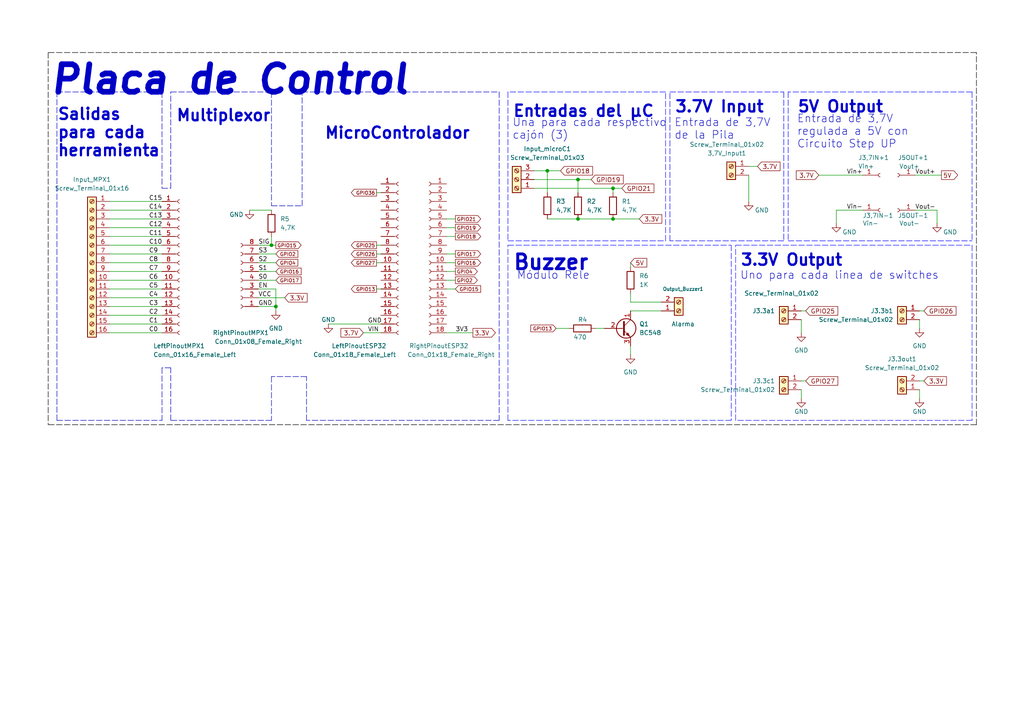
<source format=kicad_sch>
(kicad_sch (version 20211123) (generator eeschema)

  (uuid 032cacc6-8e75-413b-9a3e-cceeead0475b)

  (paper "A4")

  (lib_symbols
    (symbol "Connector:Conn_01x01_Female" (pin_names (offset 1.016) hide) (in_bom yes) (on_board yes)
      (property "Reference" "J" (id 0) (at 0 2.54 0)
        (effects (font (size 1.27 1.27)))
      )
      (property "Value" "Conn_01x01_Female" (id 1) (at 0 -2.54 0)
        (effects (font (size 1.27 1.27)))
      )
      (property "Footprint" "" (id 2) (at 0 0 0)
        (effects (font (size 1.27 1.27)) hide)
      )
      (property "Datasheet" "~" (id 3) (at 0 0 0)
        (effects (font (size 1.27 1.27)) hide)
      )
      (property "ki_keywords" "connector" (id 4) (at 0 0 0)
        (effects (font (size 1.27 1.27)) hide)
      )
      (property "ki_description" "Generic connector, single row, 01x01, script generated (kicad-library-utils/schlib/autogen/connector/)" (id 5) (at 0 0 0)
        (effects (font (size 1.27 1.27)) hide)
      )
      (property "ki_fp_filters" "Connector*:*" (id 6) (at 0 0 0)
        (effects (font (size 1.27 1.27)) hide)
      )
      (symbol "Conn_01x01_Female_1_1"
        (polyline
          (pts
            (xy -1.27 0)
            (xy -0.508 0)
          )
          (stroke (width 0.1524) (type default) (color 0 0 0 0))
          (fill (type none))
        )
        (arc (start 0 0.508) (mid -0.508 0) (end 0 -0.508)
          (stroke (width 0.1524) (type default) (color 0 0 0 0))
          (fill (type none))
        )
        (pin passive line (at -5.08 0 0) (length 3.81)
          (name "Pin_1" (effects (font (size 1.27 1.27))))
          (number "1" (effects (font (size 1.27 1.27))))
        )
      )
    )
    (symbol "Connector:Conn_01x08_Female" (pin_names (offset 1.016) hide) (in_bom yes) (on_board yes)
      (property "Reference" "J" (id 0) (at 0 10.16 0)
        (effects (font (size 1.27 1.27)))
      )
      (property "Value" "Conn_01x08_Female" (id 1) (at 0 -12.7 0)
        (effects (font (size 1.27 1.27)))
      )
      (property "Footprint" "" (id 2) (at 0 0 0)
        (effects (font (size 1.27 1.27)) hide)
      )
      (property "Datasheet" "~" (id 3) (at 0 0 0)
        (effects (font (size 1.27 1.27)) hide)
      )
      (property "ki_keywords" "connector" (id 4) (at 0 0 0)
        (effects (font (size 1.27 1.27)) hide)
      )
      (property "ki_description" "Generic connector, single row, 01x08, script generated (kicad-library-utils/schlib/autogen/connector/)" (id 5) (at 0 0 0)
        (effects (font (size 1.27 1.27)) hide)
      )
      (property "ki_fp_filters" "Connector*:*_1x??_*" (id 6) (at 0 0 0)
        (effects (font (size 1.27 1.27)) hide)
      )
      (symbol "Conn_01x08_Female_1_1"
        (arc (start 0 -9.652) (mid -0.508 -10.16) (end 0 -10.668)
          (stroke (width 0.1524) (type default) (color 0 0 0 0))
          (fill (type none))
        )
        (arc (start 0 -7.112) (mid -0.508 -7.62) (end 0 -8.128)
          (stroke (width 0.1524) (type default) (color 0 0 0 0))
          (fill (type none))
        )
        (arc (start 0 -4.572) (mid -0.508 -5.08) (end 0 -5.588)
          (stroke (width 0.1524) (type default) (color 0 0 0 0))
          (fill (type none))
        )
        (arc (start 0 -2.032) (mid -0.508 -2.54) (end 0 -3.048)
          (stroke (width 0.1524) (type default) (color 0 0 0 0))
          (fill (type none))
        )
        (polyline
          (pts
            (xy -1.27 -10.16)
            (xy -0.508 -10.16)
          )
          (stroke (width 0.1524) (type default) (color 0 0 0 0))
          (fill (type none))
        )
        (polyline
          (pts
            (xy -1.27 -7.62)
            (xy -0.508 -7.62)
          )
          (stroke (width 0.1524) (type default) (color 0 0 0 0))
          (fill (type none))
        )
        (polyline
          (pts
            (xy -1.27 -5.08)
            (xy -0.508 -5.08)
          )
          (stroke (width 0.1524) (type default) (color 0 0 0 0))
          (fill (type none))
        )
        (polyline
          (pts
            (xy -1.27 -2.54)
            (xy -0.508 -2.54)
          )
          (stroke (width 0.1524) (type default) (color 0 0 0 0))
          (fill (type none))
        )
        (polyline
          (pts
            (xy -1.27 0)
            (xy -0.508 0)
          )
          (stroke (width 0.1524) (type default) (color 0 0 0 0))
          (fill (type none))
        )
        (polyline
          (pts
            (xy -1.27 2.54)
            (xy -0.508 2.54)
          )
          (stroke (width 0.1524) (type default) (color 0 0 0 0))
          (fill (type none))
        )
        (polyline
          (pts
            (xy -1.27 5.08)
            (xy -0.508 5.08)
          )
          (stroke (width 0.1524) (type default) (color 0 0 0 0))
          (fill (type none))
        )
        (polyline
          (pts
            (xy -1.27 7.62)
            (xy -0.508 7.62)
          )
          (stroke (width 0.1524) (type default) (color 0 0 0 0))
          (fill (type none))
        )
        (arc (start 0 0.508) (mid -0.508 0) (end 0 -0.508)
          (stroke (width 0.1524) (type default) (color 0 0 0 0))
          (fill (type none))
        )
        (arc (start 0 3.048) (mid -0.508 2.54) (end 0 2.032)
          (stroke (width 0.1524) (type default) (color 0 0 0 0))
          (fill (type none))
        )
        (arc (start 0 5.588) (mid -0.508 5.08) (end 0 4.572)
          (stroke (width 0.1524) (type default) (color 0 0 0 0))
          (fill (type none))
        )
        (arc (start 0 8.128) (mid -0.508 7.62) (end 0 7.112)
          (stroke (width 0.1524) (type default) (color 0 0 0 0))
          (fill (type none))
        )
        (pin passive line (at -5.08 7.62 0) (length 3.81)
          (name "Pin_1" (effects (font (size 1.27 1.27))))
          (number "1" (effects (font (size 1.27 1.27))))
        )
        (pin passive line (at -5.08 5.08 0) (length 3.81)
          (name "Pin_2" (effects (font (size 1.27 1.27))))
          (number "2" (effects (font (size 1.27 1.27))))
        )
        (pin passive line (at -5.08 2.54 0) (length 3.81)
          (name "Pin_3" (effects (font (size 1.27 1.27))))
          (number "3" (effects (font (size 1.27 1.27))))
        )
        (pin passive line (at -5.08 0 0) (length 3.81)
          (name "Pin_4" (effects (font (size 1.27 1.27))))
          (number "4" (effects (font (size 1.27 1.27))))
        )
        (pin passive line (at -5.08 -2.54 0) (length 3.81)
          (name "Pin_5" (effects (font (size 1.27 1.27))))
          (number "5" (effects (font (size 1.27 1.27))))
        )
        (pin passive line (at -5.08 -5.08 0) (length 3.81)
          (name "Pin_6" (effects (font (size 1.27 1.27))))
          (number "6" (effects (font (size 1.27 1.27))))
        )
        (pin passive line (at -5.08 -7.62 0) (length 3.81)
          (name "Pin_7" (effects (font (size 1.27 1.27))))
          (number "7" (effects (font (size 1.27 1.27))))
        )
        (pin passive line (at -5.08 -10.16 0) (length 3.81)
          (name "Pin_8" (effects (font (size 1.27 1.27))))
          (number "8" (effects (font (size 1.27 1.27))))
        )
      )
    )
    (symbol "Connector:Conn_01x16_Female" (pin_names (offset 1.016) hide) (in_bom yes) (on_board yes)
      (property "Reference" "J" (id 0) (at 0 20.32 0)
        (effects (font (size 1.27 1.27)))
      )
      (property "Value" "Conn_01x16_Female" (id 1) (at 0 -22.86 0)
        (effects (font (size 1.27 1.27)))
      )
      (property "Footprint" "" (id 2) (at 0 0 0)
        (effects (font (size 1.27 1.27)) hide)
      )
      (property "Datasheet" "~" (id 3) (at 0 0 0)
        (effects (font (size 1.27 1.27)) hide)
      )
      (property "ki_keywords" "connector" (id 4) (at 0 0 0)
        (effects (font (size 1.27 1.27)) hide)
      )
      (property "ki_description" "Generic connector, single row, 01x16, script generated (kicad-library-utils/schlib/autogen/connector/)" (id 5) (at 0 0 0)
        (effects (font (size 1.27 1.27)) hide)
      )
      (property "ki_fp_filters" "Connector*:*_1x??_*" (id 6) (at 0 0 0)
        (effects (font (size 1.27 1.27)) hide)
      )
      (symbol "Conn_01x16_Female_1_1"
        (arc (start 0 -19.812) (mid -0.508 -20.32) (end 0 -20.828)
          (stroke (width 0.1524) (type default) (color 0 0 0 0))
          (fill (type none))
        )
        (arc (start 0 -17.272) (mid -0.508 -17.78) (end 0 -18.288)
          (stroke (width 0.1524) (type default) (color 0 0 0 0))
          (fill (type none))
        )
        (arc (start 0 -14.732) (mid -0.508 -15.24) (end 0 -15.748)
          (stroke (width 0.1524) (type default) (color 0 0 0 0))
          (fill (type none))
        )
        (arc (start 0 -12.192) (mid -0.508 -12.7) (end 0 -13.208)
          (stroke (width 0.1524) (type default) (color 0 0 0 0))
          (fill (type none))
        )
        (arc (start 0 -9.652) (mid -0.508 -10.16) (end 0 -10.668)
          (stroke (width 0.1524) (type default) (color 0 0 0 0))
          (fill (type none))
        )
        (arc (start 0 -7.112) (mid -0.508 -7.62) (end 0 -8.128)
          (stroke (width 0.1524) (type default) (color 0 0 0 0))
          (fill (type none))
        )
        (arc (start 0 -4.572) (mid -0.508 -5.08) (end 0 -5.588)
          (stroke (width 0.1524) (type default) (color 0 0 0 0))
          (fill (type none))
        )
        (arc (start 0 -2.032) (mid -0.508 -2.54) (end 0 -3.048)
          (stroke (width 0.1524) (type default) (color 0 0 0 0))
          (fill (type none))
        )
        (polyline
          (pts
            (xy -1.27 -20.32)
            (xy -0.508 -20.32)
          )
          (stroke (width 0.1524) (type default) (color 0 0 0 0))
          (fill (type none))
        )
        (polyline
          (pts
            (xy -1.27 -17.78)
            (xy -0.508 -17.78)
          )
          (stroke (width 0.1524) (type default) (color 0 0 0 0))
          (fill (type none))
        )
        (polyline
          (pts
            (xy -1.27 -15.24)
            (xy -0.508 -15.24)
          )
          (stroke (width 0.1524) (type default) (color 0 0 0 0))
          (fill (type none))
        )
        (polyline
          (pts
            (xy -1.27 -12.7)
            (xy -0.508 -12.7)
          )
          (stroke (width 0.1524) (type default) (color 0 0 0 0))
          (fill (type none))
        )
        (polyline
          (pts
            (xy -1.27 -10.16)
            (xy -0.508 -10.16)
          )
          (stroke (width 0.1524) (type default) (color 0 0 0 0))
          (fill (type none))
        )
        (polyline
          (pts
            (xy -1.27 -7.62)
            (xy -0.508 -7.62)
          )
          (stroke (width 0.1524) (type default) (color 0 0 0 0))
          (fill (type none))
        )
        (polyline
          (pts
            (xy -1.27 -5.08)
            (xy -0.508 -5.08)
          )
          (stroke (width 0.1524) (type default) (color 0 0 0 0))
          (fill (type none))
        )
        (polyline
          (pts
            (xy -1.27 -2.54)
            (xy -0.508 -2.54)
          )
          (stroke (width 0.1524) (type default) (color 0 0 0 0))
          (fill (type none))
        )
        (polyline
          (pts
            (xy -1.27 0)
            (xy -0.508 0)
          )
          (stroke (width 0.1524) (type default) (color 0 0 0 0))
          (fill (type none))
        )
        (polyline
          (pts
            (xy -1.27 2.54)
            (xy -0.508 2.54)
          )
          (stroke (width 0.1524) (type default) (color 0 0 0 0))
          (fill (type none))
        )
        (polyline
          (pts
            (xy -1.27 5.08)
            (xy -0.508 5.08)
          )
          (stroke (width 0.1524) (type default) (color 0 0 0 0))
          (fill (type none))
        )
        (polyline
          (pts
            (xy -1.27 7.62)
            (xy -0.508 7.62)
          )
          (stroke (width 0.1524) (type default) (color 0 0 0 0))
          (fill (type none))
        )
        (polyline
          (pts
            (xy -1.27 10.16)
            (xy -0.508 10.16)
          )
          (stroke (width 0.1524) (type default) (color 0 0 0 0))
          (fill (type none))
        )
        (polyline
          (pts
            (xy -1.27 12.7)
            (xy -0.508 12.7)
          )
          (stroke (width 0.1524) (type default) (color 0 0 0 0))
          (fill (type none))
        )
        (polyline
          (pts
            (xy -1.27 15.24)
            (xy -0.508 15.24)
          )
          (stroke (width 0.1524) (type default) (color 0 0 0 0))
          (fill (type none))
        )
        (polyline
          (pts
            (xy -1.27 17.78)
            (xy -0.508 17.78)
          )
          (stroke (width 0.1524) (type default) (color 0 0 0 0))
          (fill (type none))
        )
        (arc (start 0 0.508) (mid -0.508 0) (end 0 -0.508)
          (stroke (width 0.1524) (type default) (color 0 0 0 0))
          (fill (type none))
        )
        (arc (start 0 3.048) (mid -0.508 2.54) (end 0 2.032)
          (stroke (width 0.1524) (type default) (color 0 0 0 0))
          (fill (type none))
        )
        (arc (start 0 5.588) (mid -0.508 5.08) (end 0 4.572)
          (stroke (width 0.1524) (type default) (color 0 0 0 0))
          (fill (type none))
        )
        (arc (start 0 8.128) (mid -0.508 7.62) (end 0 7.112)
          (stroke (width 0.1524) (type default) (color 0 0 0 0))
          (fill (type none))
        )
        (arc (start 0 10.668) (mid -0.508 10.16) (end 0 9.652)
          (stroke (width 0.1524) (type default) (color 0 0 0 0))
          (fill (type none))
        )
        (arc (start 0 13.208) (mid -0.508 12.7) (end 0 12.192)
          (stroke (width 0.1524) (type default) (color 0 0 0 0))
          (fill (type none))
        )
        (arc (start 0 15.748) (mid -0.508 15.24) (end 0 14.732)
          (stroke (width 0.1524) (type default) (color 0 0 0 0))
          (fill (type none))
        )
        (arc (start 0 18.288) (mid -0.508 17.78) (end 0 17.272)
          (stroke (width 0.1524) (type default) (color 0 0 0 0))
          (fill (type none))
        )
        (pin passive line (at -5.08 17.78 0) (length 3.81)
          (name "Pin_1" (effects (font (size 1.27 1.27))))
          (number "1" (effects (font (size 1.27 1.27))))
        )
        (pin passive line (at -5.08 -5.08 0) (length 3.81)
          (name "Pin_10" (effects (font (size 1.27 1.27))))
          (number "10" (effects (font (size 1.27 1.27))))
        )
        (pin passive line (at -5.08 -7.62 0) (length 3.81)
          (name "Pin_11" (effects (font (size 1.27 1.27))))
          (number "11" (effects (font (size 1.27 1.27))))
        )
        (pin passive line (at -5.08 -10.16 0) (length 3.81)
          (name "Pin_12" (effects (font (size 1.27 1.27))))
          (number "12" (effects (font (size 1.27 1.27))))
        )
        (pin passive line (at -5.08 -12.7 0) (length 3.81)
          (name "Pin_13" (effects (font (size 1.27 1.27))))
          (number "13" (effects (font (size 1.27 1.27))))
        )
        (pin passive line (at -5.08 -15.24 0) (length 3.81)
          (name "Pin_14" (effects (font (size 1.27 1.27))))
          (number "14" (effects (font (size 1.27 1.27))))
        )
        (pin passive line (at -5.08 -17.78 0) (length 3.81)
          (name "Pin_15" (effects (font (size 1.27 1.27))))
          (number "15" (effects (font (size 1.27 1.27))))
        )
        (pin passive line (at -5.08 -20.32 0) (length 3.81)
          (name "Pin_16" (effects (font (size 1.27 1.27))))
          (number "16" (effects (font (size 1.27 1.27))))
        )
        (pin passive line (at -5.08 15.24 0) (length 3.81)
          (name "Pin_2" (effects (font (size 1.27 1.27))))
          (number "2" (effects (font (size 1.27 1.27))))
        )
        (pin passive line (at -5.08 12.7 0) (length 3.81)
          (name "Pin_3" (effects (font (size 1.27 1.27))))
          (number "3" (effects (font (size 1.27 1.27))))
        )
        (pin passive line (at -5.08 10.16 0) (length 3.81)
          (name "Pin_4" (effects (font (size 1.27 1.27))))
          (number "4" (effects (font (size 1.27 1.27))))
        )
        (pin passive line (at -5.08 7.62 0) (length 3.81)
          (name "Pin_5" (effects (font (size 1.27 1.27))))
          (number "5" (effects (font (size 1.27 1.27))))
        )
        (pin passive line (at -5.08 5.08 0) (length 3.81)
          (name "Pin_6" (effects (font (size 1.27 1.27))))
          (number "6" (effects (font (size 1.27 1.27))))
        )
        (pin passive line (at -5.08 2.54 0) (length 3.81)
          (name "Pin_7" (effects (font (size 1.27 1.27))))
          (number "7" (effects (font (size 1.27 1.27))))
        )
        (pin passive line (at -5.08 0 0) (length 3.81)
          (name "Pin_8" (effects (font (size 1.27 1.27))))
          (number "8" (effects (font (size 1.27 1.27))))
        )
        (pin passive line (at -5.08 -2.54 0) (length 3.81)
          (name "Pin_9" (effects (font (size 1.27 1.27))))
          (number "9" (effects (font (size 1.27 1.27))))
        )
      )
    )
    (symbol "Connector:Conn_01x18_Female" (pin_names (offset 1.016) hide) (in_bom yes) (on_board yes)
      (property "Reference" "J" (id 0) (at 0 22.86 0)
        (effects (font (size 1.27 1.27)))
      )
      (property "Value" "Conn_01x18_Female" (id 1) (at 0 -25.4 0)
        (effects (font (size 1.27 1.27)))
      )
      (property "Footprint" "" (id 2) (at 0 0 0)
        (effects (font (size 1.27 1.27)) hide)
      )
      (property "Datasheet" "~" (id 3) (at 0 0 0)
        (effects (font (size 1.27 1.27)) hide)
      )
      (property "ki_keywords" "connector" (id 4) (at 0 0 0)
        (effects (font (size 1.27 1.27)) hide)
      )
      (property "ki_description" "Generic connector, single row, 01x18, script generated (kicad-library-utils/schlib/autogen/connector/)" (id 5) (at 0 0 0)
        (effects (font (size 1.27 1.27)) hide)
      )
      (property "ki_fp_filters" "Connector*:*_1x??_*" (id 6) (at 0 0 0)
        (effects (font (size 1.27 1.27)) hide)
      )
      (symbol "Conn_01x18_Female_1_1"
        (arc (start 0 -22.352) (mid -0.508 -22.86) (end 0 -23.368)
          (stroke (width 0.1524) (type default) (color 0 0 0 0))
          (fill (type none))
        )
        (arc (start 0 -19.812) (mid -0.508 -20.32) (end 0 -20.828)
          (stroke (width 0.1524) (type default) (color 0 0 0 0))
          (fill (type none))
        )
        (arc (start 0 -17.272) (mid -0.508 -17.78) (end 0 -18.288)
          (stroke (width 0.1524) (type default) (color 0 0 0 0))
          (fill (type none))
        )
        (arc (start 0 -14.732) (mid -0.508 -15.24) (end 0 -15.748)
          (stroke (width 0.1524) (type default) (color 0 0 0 0))
          (fill (type none))
        )
        (arc (start 0 -12.192) (mid -0.508 -12.7) (end 0 -13.208)
          (stroke (width 0.1524) (type default) (color 0 0 0 0))
          (fill (type none))
        )
        (arc (start 0 -9.652) (mid -0.508 -10.16) (end 0 -10.668)
          (stroke (width 0.1524) (type default) (color 0 0 0 0))
          (fill (type none))
        )
        (arc (start 0 -7.112) (mid -0.508 -7.62) (end 0 -8.128)
          (stroke (width 0.1524) (type default) (color 0 0 0 0))
          (fill (type none))
        )
        (arc (start 0 -4.572) (mid -0.508 -5.08) (end 0 -5.588)
          (stroke (width 0.1524) (type default) (color 0 0 0 0))
          (fill (type none))
        )
        (arc (start 0 -2.032) (mid -0.508 -2.54) (end 0 -3.048)
          (stroke (width 0.1524) (type default) (color 0 0 0 0))
          (fill (type none))
        )
        (polyline
          (pts
            (xy -1.27 -22.86)
            (xy -0.508 -22.86)
          )
          (stroke (width 0.1524) (type default) (color 0 0 0 0))
          (fill (type none))
        )
        (polyline
          (pts
            (xy -1.27 -20.32)
            (xy -0.508 -20.32)
          )
          (stroke (width 0.1524) (type default) (color 0 0 0 0))
          (fill (type none))
        )
        (polyline
          (pts
            (xy -1.27 -17.78)
            (xy -0.508 -17.78)
          )
          (stroke (width 0.1524) (type default) (color 0 0 0 0))
          (fill (type none))
        )
        (polyline
          (pts
            (xy -1.27 -15.24)
            (xy -0.508 -15.24)
          )
          (stroke (width 0.1524) (type default) (color 0 0 0 0))
          (fill (type none))
        )
        (polyline
          (pts
            (xy -1.27 -12.7)
            (xy -0.508 -12.7)
          )
          (stroke (width 0.1524) (type default) (color 0 0 0 0))
          (fill (type none))
        )
        (polyline
          (pts
            (xy -1.27 -10.16)
            (xy -0.508 -10.16)
          )
          (stroke (width 0.1524) (type default) (color 0 0 0 0))
          (fill (type none))
        )
        (polyline
          (pts
            (xy -1.27 -7.62)
            (xy -0.508 -7.62)
          )
          (stroke (width 0.1524) (type default) (color 0 0 0 0))
          (fill (type none))
        )
        (polyline
          (pts
            (xy -1.27 -5.08)
            (xy -0.508 -5.08)
          )
          (stroke (width 0.1524) (type default) (color 0 0 0 0))
          (fill (type none))
        )
        (polyline
          (pts
            (xy -1.27 -2.54)
            (xy -0.508 -2.54)
          )
          (stroke (width 0.1524) (type default) (color 0 0 0 0))
          (fill (type none))
        )
        (polyline
          (pts
            (xy -1.27 0)
            (xy -0.508 0)
          )
          (stroke (width 0.1524) (type default) (color 0 0 0 0))
          (fill (type none))
        )
        (polyline
          (pts
            (xy -1.27 2.54)
            (xy -0.508 2.54)
          )
          (stroke (width 0.1524) (type default) (color 0 0 0 0))
          (fill (type none))
        )
        (polyline
          (pts
            (xy -1.27 5.08)
            (xy -0.508 5.08)
          )
          (stroke (width 0.1524) (type default) (color 0 0 0 0))
          (fill (type none))
        )
        (polyline
          (pts
            (xy -1.27 7.62)
            (xy -0.508 7.62)
          )
          (stroke (width 0.1524) (type default) (color 0 0 0 0))
          (fill (type none))
        )
        (polyline
          (pts
            (xy -1.27 10.16)
            (xy -0.508 10.16)
          )
          (stroke (width 0.1524) (type default) (color 0 0 0 0))
          (fill (type none))
        )
        (polyline
          (pts
            (xy -1.27 12.7)
            (xy -0.508 12.7)
          )
          (stroke (width 0.1524) (type default) (color 0 0 0 0))
          (fill (type none))
        )
        (polyline
          (pts
            (xy -1.27 15.24)
            (xy -0.508 15.24)
          )
          (stroke (width 0.1524) (type default) (color 0 0 0 0))
          (fill (type none))
        )
        (polyline
          (pts
            (xy -1.27 17.78)
            (xy -0.508 17.78)
          )
          (stroke (width 0.1524) (type default) (color 0 0 0 0))
          (fill (type none))
        )
        (polyline
          (pts
            (xy -1.27 20.32)
            (xy -0.508 20.32)
          )
          (stroke (width 0.1524) (type default) (color 0 0 0 0))
          (fill (type none))
        )
        (arc (start 0 0.508) (mid -0.508 0) (end 0 -0.508)
          (stroke (width 0.1524) (type default) (color 0 0 0 0))
          (fill (type none))
        )
        (arc (start 0 3.048) (mid -0.508 2.54) (end 0 2.032)
          (stroke (width 0.1524) (type default) (color 0 0 0 0))
          (fill (type none))
        )
        (arc (start 0 5.588) (mid -0.508 5.08) (end 0 4.572)
          (stroke (width 0.1524) (type default) (color 0 0 0 0))
          (fill (type none))
        )
        (arc (start 0 8.128) (mid -0.508 7.62) (end 0 7.112)
          (stroke (width 0.1524) (type default) (color 0 0 0 0))
          (fill (type none))
        )
        (arc (start 0 10.668) (mid -0.508 10.16) (end 0 9.652)
          (stroke (width 0.1524) (type default) (color 0 0 0 0))
          (fill (type none))
        )
        (arc (start 0 13.208) (mid -0.508 12.7) (end 0 12.192)
          (stroke (width 0.1524) (type default) (color 0 0 0 0))
          (fill (type none))
        )
        (arc (start 0 15.748) (mid -0.508 15.24) (end 0 14.732)
          (stroke (width 0.1524) (type default) (color 0 0 0 0))
          (fill (type none))
        )
        (arc (start 0 18.288) (mid -0.508 17.78) (end 0 17.272)
          (stroke (width 0.1524) (type default) (color 0 0 0 0))
          (fill (type none))
        )
        (arc (start 0 20.828) (mid -0.508 20.32) (end 0 19.812)
          (stroke (width 0.1524) (type default) (color 0 0 0 0))
          (fill (type none))
        )
        (pin passive line (at -5.08 20.32 0) (length 3.81)
          (name "Pin_1" (effects (font (size 1.27 1.27))))
          (number "1" (effects (font (size 1.27 1.27))))
        )
        (pin passive line (at -5.08 -2.54 0) (length 3.81)
          (name "Pin_10" (effects (font (size 1.27 1.27))))
          (number "10" (effects (font (size 1.27 1.27))))
        )
        (pin passive line (at -5.08 -5.08 0) (length 3.81)
          (name "Pin_11" (effects (font (size 1.27 1.27))))
          (number "11" (effects (font (size 1.27 1.27))))
        )
        (pin passive line (at -5.08 -7.62 0) (length 3.81)
          (name "Pin_12" (effects (font (size 1.27 1.27))))
          (number "12" (effects (font (size 1.27 1.27))))
        )
        (pin passive line (at -5.08 -10.16 0) (length 3.81)
          (name "Pin_13" (effects (font (size 1.27 1.27))))
          (number "13" (effects (font (size 1.27 1.27))))
        )
        (pin passive line (at -5.08 -12.7 0) (length 3.81)
          (name "Pin_14" (effects (font (size 1.27 1.27))))
          (number "14" (effects (font (size 1.27 1.27))))
        )
        (pin passive line (at -5.08 -15.24 0) (length 3.81)
          (name "Pin_15" (effects (font (size 1.27 1.27))))
          (number "15" (effects (font (size 1.27 1.27))))
        )
        (pin passive line (at -5.08 -17.78 0) (length 3.81)
          (name "Pin_16" (effects (font (size 1.27 1.27))))
          (number "16" (effects (font (size 1.27 1.27))))
        )
        (pin passive line (at -5.08 -20.32 0) (length 3.81)
          (name "Pin_17" (effects (font (size 1.27 1.27))))
          (number "17" (effects (font (size 1.27 1.27))))
        )
        (pin passive line (at -5.08 -22.86 0) (length 3.81)
          (name "Pin_18" (effects (font (size 1.27 1.27))))
          (number "18" (effects (font (size 1.27 1.27))))
        )
        (pin passive line (at -5.08 17.78 0) (length 3.81)
          (name "Pin_2" (effects (font (size 1.27 1.27))))
          (number "2" (effects (font (size 1.27 1.27))))
        )
        (pin passive line (at -5.08 15.24 0) (length 3.81)
          (name "Pin_3" (effects (font (size 1.27 1.27))))
          (number "3" (effects (font (size 1.27 1.27))))
        )
        (pin passive line (at -5.08 12.7 0) (length 3.81)
          (name "Pin_4" (effects (font (size 1.27 1.27))))
          (number "4" (effects (font (size 1.27 1.27))))
        )
        (pin passive line (at -5.08 10.16 0) (length 3.81)
          (name "Pin_5" (effects (font (size 1.27 1.27))))
          (number "5" (effects (font (size 1.27 1.27))))
        )
        (pin passive line (at -5.08 7.62 0) (length 3.81)
          (name "Pin_6" (effects (font (size 1.27 1.27))))
          (number "6" (effects (font (size 1.27 1.27))))
        )
        (pin passive line (at -5.08 5.08 0) (length 3.81)
          (name "Pin_7" (effects (font (size 1.27 1.27))))
          (number "7" (effects (font (size 1.27 1.27))))
        )
        (pin passive line (at -5.08 2.54 0) (length 3.81)
          (name "Pin_8" (effects (font (size 1.27 1.27))))
          (number "8" (effects (font (size 1.27 1.27))))
        )
        (pin passive line (at -5.08 0 0) (length 3.81)
          (name "Pin_9" (effects (font (size 1.27 1.27))))
          (number "9" (effects (font (size 1.27 1.27))))
        )
      )
    )
    (symbol "Connector:Screw_Terminal_01x02" (pin_names (offset 1.016) hide) (in_bom yes) (on_board yes)
      (property "Reference" "J" (id 0) (at 0 2.54 0)
        (effects (font (size 1.27 1.27)))
      )
      (property "Value" "Screw_Terminal_01x02" (id 1) (at 0 -5.08 0)
        (effects (font (size 1.27 1.27)))
      )
      (property "Footprint" "" (id 2) (at 0 0 0)
        (effects (font (size 1.27 1.27)) hide)
      )
      (property "Datasheet" "~" (id 3) (at 0 0 0)
        (effects (font (size 1.27 1.27)) hide)
      )
      (property "ki_keywords" "screw terminal" (id 4) (at 0 0 0)
        (effects (font (size 1.27 1.27)) hide)
      )
      (property "ki_description" "Generic screw terminal, single row, 01x02, script generated (kicad-library-utils/schlib/autogen/connector/)" (id 5) (at 0 0 0)
        (effects (font (size 1.27 1.27)) hide)
      )
      (property "ki_fp_filters" "TerminalBlock*:*" (id 6) (at 0 0 0)
        (effects (font (size 1.27 1.27)) hide)
      )
      (symbol "Screw_Terminal_01x02_1_1"
        (rectangle (start -1.27 1.27) (end 1.27 -3.81)
          (stroke (width 0.254) (type default) (color 0 0 0 0))
          (fill (type background))
        )
        (circle (center 0 -2.54) (radius 0.635)
          (stroke (width 0.1524) (type default) (color 0 0 0 0))
          (fill (type none))
        )
        (polyline
          (pts
            (xy -0.5334 -2.2098)
            (xy 0.3302 -3.048)
          )
          (stroke (width 0.1524) (type default) (color 0 0 0 0))
          (fill (type none))
        )
        (polyline
          (pts
            (xy -0.5334 0.3302)
            (xy 0.3302 -0.508)
          )
          (stroke (width 0.1524) (type default) (color 0 0 0 0))
          (fill (type none))
        )
        (polyline
          (pts
            (xy -0.3556 -2.032)
            (xy 0.508 -2.8702)
          )
          (stroke (width 0.1524) (type default) (color 0 0 0 0))
          (fill (type none))
        )
        (polyline
          (pts
            (xy -0.3556 0.508)
            (xy 0.508 -0.3302)
          )
          (stroke (width 0.1524) (type default) (color 0 0 0 0))
          (fill (type none))
        )
        (circle (center 0 0) (radius 0.635)
          (stroke (width 0.1524) (type default) (color 0 0 0 0))
          (fill (type none))
        )
        (pin passive line (at -5.08 0 0) (length 3.81)
          (name "Pin_1" (effects (font (size 1.27 1.27))))
          (number "1" (effects (font (size 1.27 1.27))))
        )
        (pin passive line (at -5.08 -2.54 0) (length 3.81)
          (name "Pin_2" (effects (font (size 1.27 1.27))))
          (number "2" (effects (font (size 1.27 1.27))))
        )
      )
    )
    (symbol "Connector:Screw_Terminal_01x03" (pin_names (offset 1.016) hide) (in_bom yes) (on_board yes)
      (property "Reference" "J" (id 0) (at 0 5.08 0)
        (effects (font (size 1.27 1.27)))
      )
      (property "Value" "Screw_Terminal_01x03" (id 1) (at 0 -5.08 0)
        (effects (font (size 1.27 1.27)))
      )
      (property "Footprint" "" (id 2) (at 0 0 0)
        (effects (font (size 1.27 1.27)) hide)
      )
      (property "Datasheet" "~" (id 3) (at 0 0 0)
        (effects (font (size 1.27 1.27)) hide)
      )
      (property "ki_keywords" "screw terminal" (id 4) (at 0 0 0)
        (effects (font (size 1.27 1.27)) hide)
      )
      (property "ki_description" "Generic screw terminal, single row, 01x03, script generated (kicad-library-utils/schlib/autogen/connector/)" (id 5) (at 0 0 0)
        (effects (font (size 1.27 1.27)) hide)
      )
      (property "ki_fp_filters" "TerminalBlock*:*" (id 6) (at 0 0 0)
        (effects (font (size 1.27 1.27)) hide)
      )
      (symbol "Screw_Terminal_01x03_1_1"
        (rectangle (start -1.27 3.81) (end 1.27 -3.81)
          (stroke (width 0.254) (type default) (color 0 0 0 0))
          (fill (type background))
        )
        (circle (center 0 -2.54) (radius 0.635)
          (stroke (width 0.1524) (type default) (color 0 0 0 0))
          (fill (type none))
        )
        (polyline
          (pts
            (xy -0.5334 -2.2098)
            (xy 0.3302 -3.048)
          )
          (stroke (width 0.1524) (type default) (color 0 0 0 0))
          (fill (type none))
        )
        (polyline
          (pts
            (xy -0.5334 0.3302)
            (xy 0.3302 -0.508)
          )
          (stroke (width 0.1524) (type default) (color 0 0 0 0))
          (fill (type none))
        )
        (polyline
          (pts
            (xy -0.5334 2.8702)
            (xy 0.3302 2.032)
          )
          (stroke (width 0.1524) (type default) (color 0 0 0 0))
          (fill (type none))
        )
        (polyline
          (pts
            (xy -0.3556 -2.032)
            (xy 0.508 -2.8702)
          )
          (stroke (width 0.1524) (type default) (color 0 0 0 0))
          (fill (type none))
        )
        (polyline
          (pts
            (xy -0.3556 0.508)
            (xy 0.508 -0.3302)
          )
          (stroke (width 0.1524) (type default) (color 0 0 0 0))
          (fill (type none))
        )
        (polyline
          (pts
            (xy -0.3556 3.048)
            (xy 0.508 2.2098)
          )
          (stroke (width 0.1524) (type default) (color 0 0 0 0))
          (fill (type none))
        )
        (circle (center 0 0) (radius 0.635)
          (stroke (width 0.1524) (type default) (color 0 0 0 0))
          (fill (type none))
        )
        (circle (center 0 2.54) (radius 0.635)
          (stroke (width 0.1524) (type default) (color 0 0 0 0))
          (fill (type none))
        )
        (pin passive line (at -5.08 2.54 0) (length 3.81)
          (name "Pin_1" (effects (font (size 1.27 1.27))))
          (number "1" (effects (font (size 1.27 1.27))))
        )
        (pin passive line (at -5.08 0 0) (length 3.81)
          (name "Pin_2" (effects (font (size 1.27 1.27))))
          (number "2" (effects (font (size 1.27 1.27))))
        )
        (pin passive line (at -5.08 -2.54 0) (length 3.81)
          (name "Pin_3" (effects (font (size 1.27 1.27))))
          (number "3" (effects (font (size 1.27 1.27))))
        )
      )
    )
    (symbol "Connector:Screw_Terminal_01x16" (pin_names (offset 1.016) hide) (in_bom yes) (on_board yes)
      (property "Reference" "J" (id 0) (at 0 20.32 0)
        (effects (font (size 1.27 1.27)))
      )
      (property "Value" "Screw_Terminal_01x16" (id 1) (at 0 -22.86 0)
        (effects (font (size 1.27 1.27)))
      )
      (property "Footprint" "" (id 2) (at 0 0 0)
        (effects (font (size 1.27 1.27)) hide)
      )
      (property "Datasheet" "~" (id 3) (at 0 0 0)
        (effects (font (size 1.27 1.27)) hide)
      )
      (property "ki_keywords" "screw terminal" (id 4) (at 0 0 0)
        (effects (font (size 1.27 1.27)) hide)
      )
      (property "ki_description" "Generic screw terminal, single row, 01x16, script generated (kicad-library-utils/schlib/autogen/connector/)" (id 5) (at 0 0 0)
        (effects (font (size 1.27 1.27)) hide)
      )
      (property "ki_fp_filters" "TerminalBlock*:*" (id 6) (at 0 0 0)
        (effects (font (size 1.27 1.27)) hide)
      )
      (symbol "Screw_Terminal_01x16_1_1"
        (rectangle (start -1.27 19.05) (end 1.27 -21.59)
          (stroke (width 0.254) (type default) (color 0 0 0 0))
          (fill (type background))
        )
        (circle (center 0 -20.32) (radius 0.635)
          (stroke (width 0.1524) (type default) (color 0 0 0 0))
          (fill (type none))
        )
        (circle (center 0 -17.78) (radius 0.635)
          (stroke (width 0.1524) (type default) (color 0 0 0 0))
          (fill (type none))
        )
        (circle (center 0 -15.24) (radius 0.635)
          (stroke (width 0.1524) (type default) (color 0 0 0 0))
          (fill (type none))
        )
        (circle (center 0 -12.7) (radius 0.635)
          (stroke (width 0.1524) (type default) (color 0 0 0 0))
          (fill (type none))
        )
        (circle (center 0 -10.16) (radius 0.635)
          (stroke (width 0.1524) (type default) (color 0 0 0 0))
          (fill (type none))
        )
        (circle (center 0 -7.62) (radius 0.635)
          (stroke (width 0.1524) (type default) (color 0 0 0 0))
          (fill (type none))
        )
        (circle (center 0 -5.08) (radius 0.635)
          (stroke (width 0.1524) (type default) (color 0 0 0 0))
          (fill (type none))
        )
        (circle (center 0 -2.54) (radius 0.635)
          (stroke (width 0.1524) (type default) (color 0 0 0 0))
          (fill (type none))
        )
        (polyline
          (pts
            (xy -0.5334 -19.9898)
            (xy 0.3302 -20.828)
          )
          (stroke (width 0.1524) (type default) (color 0 0 0 0))
          (fill (type none))
        )
        (polyline
          (pts
            (xy -0.5334 -17.4498)
            (xy 0.3302 -18.288)
          )
          (stroke (width 0.1524) (type default) (color 0 0 0 0))
          (fill (type none))
        )
        (polyline
          (pts
            (xy -0.5334 -14.9098)
            (xy 0.3302 -15.748)
          )
          (stroke (width 0.1524) (type default) (color 0 0 0 0))
          (fill (type none))
        )
        (polyline
          (pts
            (xy -0.5334 -12.3698)
            (xy 0.3302 -13.208)
          )
          (stroke (width 0.1524) (type default) (color 0 0 0 0))
          (fill (type none))
        )
        (polyline
          (pts
            (xy -0.5334 -9.8298)
            (xy 0.3302 -10.668)
          )
          (stroke (width 0.1524) (type default) (color 0 0 0 0))
          (fill (type none))
        )
        (polyline
          (pts
            (xy -0.5334 -7.2898)
            (xy 0.3302 -8.128)
          )
          (stroke (width 0.1524) (type default) (color 0 0 0 0))
          (fill (type none))
        )
        (polyline
          (pts
            (xy -0.5334 -4.7498)
            (xy 0.3302 -5.588)
          )
          (stroke (width 0.1524) (type default) (color 0 0 0 0))
          (fill (type none))
        )
        (polyline
          (pts
            (xy -0.5334 -2.2098)
            (xy 0.3302 -3.048)
          )
          (stroke (width 0.1524) (type default) (color 0 0 0 0))
          (fill (type none))
        )
        (polyline
          (pts
            (xy -0.5334 0.3302)
            (xy 0.3302 -0.508)
          )
          (stroke (width 0.1524) (type default) (color 0 0 0 0))
          (fill (type none))
        )
        (polyline
          (pts
            (xy -0.5334 2.8702)
            (xy 0.3302 2.032)
          )
          (stroke (width 0.1524) (type default) (color 0 0 0 0))
          (fill (type none))
        )
        (polyline
          (pts
            (xy -0.5334 5.4102)
            (xy 0.3302 4.572)
          )
          (stroke (width 0.1524) (type default) (color 0 0 0 0))
          (fill (type none))
        )
        (polyline
          (pts
            (xy -0.5334 7.9502)
            (xy 0.3302 7.112)
          )
          (stroke (width 0.1524) (type default) (color 0 0 0 0))
          (fill (type none))
        )
        (polyline
          (pts
            (xy -0.5334 10.4902)
            (xy 0.3302 9.652)
          )
          (stroke (width 0.1524) (type default) (color 0 0 0 0))
          (fill (type none))
        )
        (polyline
          (pts
            (xy -0.5334 13.0302)
            (xy 0.3302 12.192)
          )
          (stroke (width 0.1524) (type default) (color 0 0 0 0))
          (fill (type none))
        )
        (polyline
          (pts
            (xy -0.5334 15.5702)
            (xy 0.3302 14.732)
          )
          (stroke (width 0.1524) (type default) (color 0 0 0 0))
          (fill (type none))
        )
        (polyline
          (pts
            (xy -0.5334 18.1102)
            (xy 0.3302 17.272)
          )
          (stroke (width 0.1524) (type default) (color 0 0 0 0))
          (fill (type none))
        )
        (polyline
          (pts
            (xy -0.3556 -19.812)
            (xy 0.508 -20.6502)
          )
          (stroke (width 0.1524) (type default) (color 0 0 0 0))
          (fill (type none))
        )
        (polyline
          (pts
            (xy -0.3556 -17.272)
            (xy 0.508 -18.1102)
          )
          (stroke (width 0.1524) (type default) (color 0 0 0 0))
          (fill (type none))
        )
        (polyline
          (pts
            (xy -0.3556 -14.732)
            (xy 0.508 -15.5702)
          )
          (stroke (width 0.1524) (type default) (color 0 0 0 0))
          (fill (type none))
        )
        (polyline
          (pts
            (xy -0.3556 -12.192)
            (xy 0.508 -13.0302)
          )
          (stroke (width 0.1524) (type default) (color 0 0 0 0))
          (fill (type none))
        )
        (polyline
          (pts
            (xy -0.3556 -9.652)
            (xy 0.508 -10.4902)
          )
          (stroke (width 0.1524) (type default) (color 0 0 0 0))
          (fill (type none))
        )
        (polyline
          (pts
            (xy -0.3556 -7.112)
            (xy 0.508 -7.9502)
          )
          (stroke (width 0.1524) (type default) (color 0 0 0 0))
          (fill (type none))
        )
        (polyline
          (pts
            (xy -0.3556 -4.572)
            (xy 0.508 -5.4102)
          )
          (stroke (width 0.1524) (type default) (color 0 0 0 0))
          (fill (type none))
        )
        (polyline
          (pts
            (xy -0.3556 -2.032)
            (xy 0.508 -2.8702)
          )
          (stroke (width 0.1524) (type default) (color 0 0 0 0))
          (fill (type none))
        )
        (polyline
          (pts
            (xy -0.3556 0.508)
            (xy 0.508 -0.3302)
          )
          (stroke (width 0.1524) (type default) (color 0 0 0 0))
          (fill (type none))
        )
        (polyline
          (pts
            (xy -0.3556 3.048)
            (xy 0.508 2.2098)
          )
          (stroke (width 0.1524) (type default) (color 0 0 0 0))
          (fill (type none))
        )
        (polyline
          (pts
            (xy -0.3556 5.588)
            (xy 0.508 4.7498)
          )
          (stroke (width 0.1524) (type default) (color 0 0 0 0))
          (fill (type none))
        )
        (polyline
          (pts
            (xy -0.3556 8.128)
            (xy 0.508 7.2898)
          )
          (stroke (width 0.1524) (type default) (color 0 0 0 0))
          (fill (type none))
        )
        (polyline
          (pts
            (xy -0.3556 10.668)
            (xy 0.508 9.8298)
          )
          (stroke (width 0.1524) (type default) (color 0 0 0 0))
          (fill (type none))
        )
        (polyline
          (pts
            (xy -0.3556 13.208)
            (xy 0.508 12.3698)
          )
          (stroke (width 0.1524) (type default) (color 0 0 0 0))
          (fill (type none))
        )
        (polyline
          (pts
            (xy -0.3556 15.748)
            (xy 0.508 14.9098)
          )
          (stroke (width 0.1524) (type default) (color 0 0 0 0))
          (fill (type none))
        )
        (polyline
          (pts
            (xy -0.3556 18.288)
            (xy 0.508 17.4498)
          )
          (stroke (width 0.1524) (type default) (color 0 0 0 0))
          (fill (type none))
        )
        (circle (center 0 0) (radius 0.635)
          (stroke (width 0.1524) (type default) (color 0 0 0 0))
          (fill (type none))
        )
        (circle (center 0 2.54) (radius 0.635)
          (stroke (width 0.1524) (type default) (color 0 0 0 0))
          (fill (type none))
        )
        (circle (center 0 5.08) (radius 0.635)
          (stroke (width 0.1524) (type default) (color 0 0 0 0))
          (fill (type none))
        )
        (circle (center 0 7.62) (radius 0.635)
          (stroke (width 0.1524) (type default) (color 0 0 0 0))
          (fill (type none))
        )
        (circle (center 0 10.16) (radius 0.635)
          (stroke (width 0.1524) (type default) (color 0 0 0 0))
          (fill (type none))
        )
        (circle (center 0 12.7) (radius 0.635)
          (stroke (width 0.1524) (type default) (color 0 0 0 0))
          (fill (type none))
        )
        (circle (center 0 15.24) (radius 0.635)
          (stroke (width 0.1524) (type default) (color 0 0 0 0))
          (fill (type none))
        )
        (circle (center 0 17.78) (radius 0.635)
          (stroke (width 0.1524) (type default) (color 0 0 0 0))
          (fill (type none))
        )
        (pin passive line (at -5.08 17.78 0) (length 3.81)
          (name "Pin_1" (effects (font (size 1.27 1.27))))
          (number "1" (effects (font (size 1.27 1.27))))
        )
        (pin passive line (at -5.08 -5.08 0) (length 3.81)
          (name "Pin_10" (effects (font (size 1.27 1.27))))
          (number "10" (effects (font (size 1.27 1.27))))
        )
        (pin passive line (at -5.08 -7.62 0) (length 3.81)
          (name "Pin_11" (effects (font (size 1.27 1.27))))
          (number "11" (effects (font (size 1.27 1.27))))
        )
        (pin passive line (at -5.08 -10.16 0) (length 3.81)
          (name "Pin_12" (effects (font (size 1.27 1.27))))
          (number "12" (effects (font (size 1.27 1.27))))
        )
        (pin passive line (at -5.08 -12.7 0) (length 3.81)
          (name "Pin_13" (effects (font (size 1.27 1.27))))
          (number "13" (effects (font (size 1.27 1.27))))
        )
        (pin passive line (at -5.08 -15.24 0) (length 3.81)
          (name "Pin_14" (effects (font (size 1.27 1.27))))
          (number "14" (effects (font (size 1.27 1.27))))
        )
        (pin passive line (at -5.08 -17.78 0) (length 3.81)
          (name "Pin_15" (effects (font (size 1.27 1.27))))
          (number "15" (effects (font (size 1.27 1.27))))
        )
        (pin passive line (at -5.08 -20.32 0) (length 3.81)
          (name "Pin_16" (effects (font (size 1.27 1.27))))
          (number "16" (effects (font (size 1.27 1.27))))
        )
        (pin passive line (at -5.08 15.24 0) (length 3.81)
          (name "Pin_2" (effects (font (size 1.27 1.27))))
          (number "2" (effects (font (size 1.27 1.27))))
        )
        (pin passive line (at -5.08 12.7 0) (length 3.81)
          (name "Pin_3" (effects (font (size 1.27 1.27))))
          (number "3" (effects (font (size 1.27 1.27))))
        )
        (pin passive line (at -5.08 10.16 0) (length 3.81)
          (name "Pin_4" (effects (font (size 1.27 1.27))))
          (number "4" (effects (font (size 1.27 1.27))))
        )
        (pin passive line (at -5.08 7.62 0) (length 3.81)
          (name "Pin_5" (effects (font (size 1.27 1.27))))
          (number "5" (effects (font (size 1.27 1.27))))
        )
        (pin passive line (at -5.08 5.08 0) (length 3.81)
          (name "Pin_6" (effects (font (size 1.27 1.27))))
          (number "6" (effects (font (size 1.27 1.27))))
        )
        (pin passive line (at -5.08 2.54 0) (length 3.81)
          (name "Pin_7" (effects (font (size 1.27 1.27))))
          (number "7" (effects (font (size 1.27 1.27))))
        )
        (pin passive line (at -5.08 0 0) (length 3.81)
          (name "Pin_8" (effects (font (size 1.27 1.27))))
          (number "8" (effects (font (size 1.27 1.27))))
        )
        (pin passive line (at -5.08 -2.54 0) (length 3.81)
          (name "Pin_9" (effects (font (size 1.27 1.27))))
          (number "9" (effects (font (size 1.27 1.27))))
        )
      )
    )
    (symbol "Device:R" (pin_numbers hide) (pin_names (offset 0)) (in_bom yes) (on_board yes)
      (property "Reference" "R" (id 0) (at 2.032 0 90)
        (effects (font (size 1.27 1.27)))
      )
      (property "Value" "R" (id 1) (at 0 0 90)
        (effects (font (size 1.27 1.27)))
      )
      (property "Footprint" "" (id 2) (at -1.778 0 90)
        (effects (font (size 1.27 1.27)) hide)
      )
      (property "Datasheet" "~" (id 3) (at 0 0 0)
        (effects (font (size 1.27 1.27)) hide)
      )
      (property "ki_keywords" "R res resistor" (id 4) (at 0 0 0)
        (effects (font (size 1.27 1.27)) hide)
      )
      (property "ki_description" "Resistor" (id 5) (at 0 0 0)
        (effects (font (size 1.27 1.27)) hide)
      )
      (property "ki_fp_filters" "R_*" (id 6) (at 0 0 0)
        (effects (font (size 1.27 1.27)) hide)
      )
      (symbol "R_0_1"
        (rectangle (start -1.016 -2.54) (end 1.016 2.54)
          (stroke (width 0.254) (type default) (color 0 0 0 0))
          (fill (type none))
        )
      )
      (symbol "R_1_1"
        (pin passive line (at 0 3.81 270) (length 1.27)
          (name "~" (effects (font (size 1.27 1.27))))
          (number "1" (effects (font (size 1.27 1.27))))
        )
        (pin passive line (at 0 -3.81 90) (length 1.27)
          (name "~" (effects (font (size 1.27 1.27))))
          (number "2" (effects (font (size 1.27 1.27))))
        )
      )
    )
    (symbol "Transistor_BJT:BC548" (pin_names (offset 0) hide) (in_bom yes) (on_board yes)
      (property "Reference" "Q" (id 0) (at 5.08 1.905 0)
        (effects (font (size 1.27 1.27)) (justify left))
      )
      (property "Value" "BC548" (id 1) (at 5.08 0 0)
        (effects (font (size 1.27 1.27)) (justify left))
      )
      (property "Footprint" "Package_TO_SOT_THT:TO-92_Inline" (id 2) (at 5.08 -1.905 0)
        (effects (font (size 1.27 1.27) italic) (justify left) hide)
      )
      (property "Datasheet" "https://www.onsemi.com/pub/Collateral/BC550-D.pdf" (id 3) (at 0 0 0)
        (effects (font (size 1.27 1.27)) (justify left) hide)
      )
      (property "ki_keywords" "NPN Transistor" (id 4) (at 0 0 0)
        (effects (font (size 1.27 1.27)) hide)
      )
      (property "ki_description" "0.1A Ic, 30V Vce, Small Signal NPN Transistor, TO-92" (id 5) (at 0 0 0)
        (effects (font (size 1.27 1.27)) hide)
      )
      (property "ki_fp_filters" "TO?92*" (id 6) (at 0 0 0)
        (effects (font (size 1.27 1.27)) hide)
      )
      (symbol "BC548_0_1"
        (polyline
          (pts
            (xy 0 0)
            (xy 0.635 0)
          )
          (stroke (width 0) (type default) (color 0 0 0 0))
          (fill (type none))
        )
        (polyline
          (pts
            (xy 0.635 0.635)
            (xy 2.54 2.54)
          )
          (stroke (width 0) (type default) (color 0 0 0 0))
          (fill (type none))
        )
        (polyline
          (pts
            (xy 0.635 -0.635)
            (xy 2.54 -2.54)
            (xy 2.54 -2.54)
          )
          (stroke (width 0) (type default) (color 0 0 0 0))
          (fill (type none))
        )
        (polyline
          (pts
            (xy 0.635 1.905)
            (xy 0.635 -1.905)
            (xy 0.635 -1.905)
          )
          (stroke (width 0.508) (type default) (color 0 0 0 0))
          (fill (type none))
        )
        (polyline
          (pts
            (xy 1.27 -1.778)
            (xy 1.778 -1.27)
            (xy 2.286 -2.286)
            (xy 1.27 -1.778)
            (xy 1.27 -1.778)
          )
          (stroke (width 0) (type default) (color 0 0 0 0))
          (fill (type outline))
        )
        (circle (center 1.27 0) (radius 2.8194)
          (stroke (width 0.254) (type default) (color 0 0 0 0))
          (fill (type none))
        )
      )
      (symbol "BC548_1_1"
        (pin passive line (at 2.54 5.08 270) (length 2.54)
          (name "C" (effects (font (size 1.27 1.27))))
          (number "1" (effects (font (size 1.27 1.27))))
        )
        (pin input line (at -5.08 0 0) (length 5.08)
          (name "B" (effects (font (size 1.27 1.27))))
          (number "2" (effects (font (size 1.27 1.27))))
        )
        (pin passive line (at 2.54 -5.08 90) (length 2.54)
          (name "E" (effects (font (size 1.27 1.27))))
          (number "3" (effects (font (size 1.27 1.27))))
        )
      )
    )
    (symbol "power:GND" (power) (pin_names (offset 0)) (in_bom yes) (on_board yes)
      (property "Reference" "#PWR" (id 0) (at 0 -6.35 0)
        (effects (font (size 1.27 1.27)) hide)
      )
      (property "Value" "GND" (id 1) (at 0 -3.81 0)
        (effects (font (size 1.27 1.27)))
      )
      (property "Footprint" "" (id 2) (at 0 0 0)
        (effects (font (size 1.27 1.27)) hide)
      )
      (property "Datasheet" "" (id 3) (at 0 0 0)
        (effects (font (size 1.27 1.27)) hide)
      )
      (property "ki_keywords" "power-flag" (id 4) (at 0 0 0)
        (effects (font (size 1.27 1.27)) hide)
      )
      (property "ki_description" "Power symbol creates a global label with name \"GND\" , ground" (id 5) (at 0 0 0)
        (effects (font (size 1.27 1.27)) hide)
      )
      (symbol "GND_0_1"
        (polyline
          (pts
            (xy 0 0)
            (xy 0 -1.27)
            (xy 1.27 -1.27)
            (xy 0 -2.54)
            (xy -1.27 -1.27)
            (xy 0 -1.27)
          )
          (stroke (width 0) (type default) (color 0 0 0 0))
          (fill (type none))
        )
      )
      (symbol "GND_1_1"
        (pin power_in line (at 0 0 270) (length 0) hide
          (name "GND" (effects (font (size 1.27 1.27))))
          (number "1" (effects (font (size 1.27 1.27))))
        )
      )
    )
  )

  (junction (at 167.64 63.5) (diameter 0) (color 0 0 0 0)
    (uuid 020f5d9a-43f8-421d-b8d6-85910cc25683)
  )
  (junction (at 158.75 49.53) (diameter 0) (color 0 0 0 0)
    (uuid 1aea0b65-ca4f-4c50-a2b8-e018d508712b)
  )
  (junction (at 167.64 52.07) (diameter 0) (color 0 0 0 0)
    (uuid 5452142f-5961-49b7-b254-afa0814c7630)
  )
  (junction (at 78.74 71.12) (diameter 0) (color 0 0 0 0)
    (uuid 6c258b23-8720-467a-b162-be1c45abd10c)
  )
  (junction (at 177.8 54.61) (diameter 0) (color 0 0 0 0)
    (uuid b896e195-610d-4ff0-8ef8-6edaa91064f5)
  )
  (junction (at 177.8 63.5) (diameter 0) (color 0 0 0 0)
    (uuid c573cb00-cc15-4ce8-9350-c25fc7210b19)
  )
  (junction (at 80.01 88.9) (diameter 0) (color 0 0 0 0)
    (uuid ccae1702-4448-4651-938c-5d763953d34b)
  )

  (wire (pts (xy 266.7 110.49) (xy 267.97 110.49))
    (stroke (width 0) (type default) (color 0 0 0 0))
    (uuid 02dae71e-4e29-4ff6-bc23-31b783b92273)
  )
  (polyline (pts (xy 212.09 71.12) (xy 212.09 121.92))
    (stroke (width 0) (type default) (color 13 21 255 1))
    (uuid 02e91b3f-26c5-420f-affa-e1c41f15fb9a)
  )
  (polyline (pts (xy 49.53 121.92) (xy 49.53 106.68))
    (stroke (width 0) (type default) (color 0 0 0 0))
    (uuid 03ca5429-99a1-4e27-909b-c8dc1101fa8b)
  )

  (wire (pts (xy 182.88 100.33) (xy 182.88 102.87))
    (stroke (width 0) (type default) (color 0 0 0 0))
    (uuid 03efb334-a3ab-403d-92c7-2d77c5ecd53f)
  )
  (polyline (pts (xy 213.36 71.12) (xy 281.94 71.12))
    (stroke (width 0) (type default) (color 27 17 255 1))
    (uuid 06789017-13a2-4c38-bcce-dfafb4fea0e0)
  )
  (polyline (pts (xy 227.33 69.85) (xy 194.31 69.85))
    (stroke (width 0) (type default) (color 7 1 255 1))
    (uuid 0730c91a-d9d2-47ad-9aa7-67003fd6e9bd)
  )

  (wire (pts (xy 74.93 71.12) (xy 78.74 71.12))
    (stroke (width 0) (type default) (color 0 0 0 0))
    (uuid 0bfdcc2e-0e08-42df-9a82-bbd73bf1d9e0)
  )
  (wire (pts (xy 31.75 88.9) (xy 46.99 88.9))
    (stroke (width 0) (type default) (color 0 0 0 0))
    (uuid 0d0f034f-4533-49b7-9f71-f65d6b4cb052)
  )
  (wire (pts (xy 232.41 90.17) (xy 233.68 90.17))
    (stroke (width 0) (type default) (color 0 0 0 0))
    (uuid 0d69ab10-0b71-4cdb-9929-15356cb85aa0)
  )
  (wire (pts (xy 31.75 76.2) (xy 46.99 76.2))
    (stroke (width 0) (type default) (color 0 0 0 0))
    (uuid 127bd00f-b1bb-4ccd-8a4a-eb3a8a2d218a)
  )
  (polyline (pts (xy 228.6 69.85) (xy 281.94 69.85))
    (stroke (width 0) (type default) (color 7 1 255 1))
    (uuid 1458f615-5279-4869-9521-4d34db178fb0)
  )

  (wire (pts (xy 74.93 83.82) (xy 80.01 83.82))
    (stroke (width 0) (type default) (color 0 0 0 0))
    (uuid 14990449-dfb0-4654-a518-f1c2c5049ef2)
  )
  (polyline (pts (xy 147.32 71.12) (xy 212.09 71.12))
    (stroke (width 0) (type default) (color 13 21 255 1))
    (uuid 1540bdb5-eeb2-46a3-af61-fe9a2d098710)
  )

  (wire (pts (xy 129.54 68.58) (xy 132.08 68.58))
    (stroke (width 0) (type default) (color 0 0 0 0))
    (uuid 1da23824-9cf3-4fc0-9ab0-c5316f5150f2)
  )
  (wire (pts (xy 182.88 87.63) (xy 182.88 85.09))
    (stroke (width 0) (type default) (color 0 0 0 0))
    (uuid 1e465fa1-0bc8-4a18-b8f0-cf0c4007c28d)
  )
  (polyline (pts (xy 144.78 26.67) (xy 144.78 121.92))
    (stroke (width 0) (type default) (color 0 0 0 0))
    (uuid 25d8c9f3-a09a-4ed4-ab84-3051813219df)
  )

  (wire (pts (xy 129.54 83.82) (xy 132.08 83.82))
    (stroke (width 0) (type default) (color 0 0 0 0))
    (uuid 28751b2a-6b34-4f66-b3ca-c99011088b76)
  )
  (wire (pts (xy 129.54 66.04) (xy 132.08 66.04))
    (stroke (width 0) (type default) (color 0 0 0 0))
    (uuid 2c09bc1e-b2e8-4748-9664-ddc31da84581)
  )
  (wire (pts (xy 110.49 93.98) (xy 95.25 93.98))
    (stroke (width 0) (type default) (color 0 0 0 0))
    (uuid 2c9931fa-ec39-4400-8c63-6360d0128283)
  )
  (wire (pts (xy 154.94 54.61) (xy 177.8 54.61))
    (stroke (width 0) (type default) (color 0 0 0 0))
    (uuid 311b2e87-8ab3-4eae-b9f3-a8511f695c39)
  )
  (polyline (pts (xy 78.74 59.69) (xy 87.63 59.69))
    (stroke (width 0) (type default) (color 0 0 0 0))
    (uuid 313ab83e-323a-48b1-ae3f-803528657848)
  )

  (wire (pts (xy 80.01 88.9) (xy 80.01 90.17))
    (stroke (width 0) (type default) (color 0 0 0 0))
    (uuid 328f12a0-555f-4bd4-910c-9cea6d64734d)
  )
  (polyline (pts (xy 13.97 15.24) (xy 13.97 123.19))
    (stroke (width 0) (type default) (color 5 5 4 1))
    (uuid 3409545d-7669-4d3e-a286-2e5c2431abf7)
  )

  (wire (pts (xy 172.72 95.25) (xy 175.26 95.25))
    (stroke (width 0) (type default) (color 0 0 0 0))
    (uuid 34fdc6b9-174e-4ec1-80e2-484db4a0d4e9)
  )
  (wire (pts (xy 177.8 54.61) (xy 177.8 55.88))
    (stroke (width 0) (type default) (color 0 0 0 0))
    (uuid 35699514-cf5d-458a-a470-25103762f321)
  )
  (wire (pts (xy 266.7 90.17) (xy 267.97 90.17))
    (stroke (width 0) (type default) (color 0 0 0 0))
    (uuid 356a3071-7d14-4d46-b654-580b9eaaf4ad)
  )
  (polyline (pts (xy 281.94 71.12) (xy 281.94 121.92))
    (stroke (width 0) (type default) (color 27 17 255 1))
    (uuid 36a0d869-8c90-4fe7-9012-cdfddd5d0f6a)
  )

  (wire (pts (xy 161.29 95.25) (xy 165.1 95.25))
    (stroke (width 0) (type default) (color 0 0 0 0))
    (uuid 382eb2d2-1ff3-4e19-bc51-336bcc2bbed5)
  )
  (wire (pts (xy 78.74 71.12) (xy 80.01 71.12))
    (stroke (width 0) (type default) (color 0 0 0 0))
    (uuid 396326f8-5b0e-48f7-ad77-9dbaa2bad858)
  )
  (wire (pts (xy 31.75 66.04) (xy 46.99 66.04))
    (stroke (width 0) (type default) (color 0 0 0 0))
    (uuid 39987254-97f4-4bb9-afa9-0d43a3b8bcc0)
  )
  (polyline (pts (xy 193.04 69.85) (xy 193.04 26.67))
    (stroke (width 0) (type default) (color 7 7 255 1))
    (uuid 4019ba4c-1926-4fc6-b5af-2bb0e33b1e2b)
  )

  (wire (pts (xy 109.22 55.88) (xy 110.49 55.88))
    (stroke (width 0) (type default) (color 0 0 0 0))
    (uuid 407444e1-b006-4a17-9665-86859b747ac8)
  )
  (wire (pts (xy 74.93 86.36) (xy 82.55 86.36))
    (stroke (width 0) (type default) (color 0 0 0 0))
    (uuid 45517eb8-6e9e-48db-9fe2-9df48af123a9)
  )
  (wire (pts (xy 237.49 50.8) (xy 250.19 50.8))
    (stroke (width 0) (type default) (color 0 0 0 0))
    (uuid 461e466c-b87a-437a-bfb2-f93dfb65df19)
  )
  (polyline (pts (xy 283.21 123.19) (xy 283.21 15.24))
    (stroke (width 0) (type default) (color 5 5 4 1))
    (uuid 46c439ef-0538-486f-95e6-2e441637a59a)
  )
  (polyline (pts (xy 144.78 121.92) (xy 88.9 121.92))
    (stroke (width 0) (type default) (color 0 0 0 0))
    (uuid 48bbeac4-a89b-4347-a79d-ca6cdf245505)
  )

  (wire (pts (xy 31.75 60.96) (xy 46.99 60.96))
    (stroke (width 0) (type default) (color 0 0 0 0))
    (uuid 4abd1fd2-4dfe-4357-a547-36a835e94beb)
  )
  (wire (pts (xy 232.41 110.49) (xy 233.68 110.49))
    (stroke (width 0) (type default) (color 0 0 0 0))
    (uuid 4bc128fd-55e7-4314-b12b-661e6c057d9d)
  )
  (wire (pts (xy 110.49 73.66) (xy 109.22 73.66))
    (stroke (width 0) (type default) (color 0 0 0 0))
    (uuid 4cecb82e-41be-492f-8164-b56b643e1923)
  )
  (wire (pts (xy 129.54 81.28) (xy 132.08 81.28))
    (stroke (width 0) (type default) (color 0 0 0 0))
    (uuid 4ea1d11e-dd09-40c8-a071-61bea3ded7a4)
  )
  (wire (pts (xy 74.93 73.66) (xy 80.01 73.66))
    (stroke (width 0) (type default) (color 0 0 0 0))
    (uuid 5186d6de-2800-49e0-893c-8291d93a60c4)
  )
  (polyline (pts (xy 147.32 121.92) (xy 147.32 71.12))
    (stroke (width 0) (type default) (color 13 21 255 1))
    (uuid 5385fd0c-f86d-4af2-b7d0-ee14ea218294)
  )

  (wire (pts (xy 109.22 83.82) (xy 110.49 83.82))
    (stroke (width 0) (type default) (color 0 0 0 0))
    (uuid 549907e8-6f96-4d59-a29f-3e69eeee31b6)
  )
  (wire (pts (xy 129.54 78.74) (xy 132.08 78.74))
    (stroke (width 0) (type default) (color 0 0 0 0))
    (uuid 551b441d-6fd1-48dd-9f59-f852765df9bc)
  )
  (wire (pts (xy 266.7 92.71) (xy 266.7 95.25))
    (stroke (width 0) (type default) (color 0 0 0 0))
    (uuid 55e6f9c6-4867-4a41-bcda-990a71366f6e)
  )
  (polyline (pts (xy 16.51 121.92) (xy 16.51 26.67))
    (stroke (width 0) (type default) (color 0 0 0 0))
    (uuid 57b23aa1-7ce0-4445-9c4e-6b95e6c31cf0)
  )
  (polyline (pts (xy 283.21 15.24) (xy 13.97 15.24))
    (stroke (width 0) (type default) (color 5 5 4 1))
    (uuid 62e85388-48eb-480c-936c-2134532383e8)
  )
  (polyline (pts (xy 147.32 69.85) (xy 193.04 69.85))
    (stroke (width 0) (type default) (color 7 7 255 1))
    (uuid 67e89418-b94b-4f65-b792-c6b15db47701)
  )
  (polyline (pts (xy 46.99 106.68) (xy 46.99 121.92))
    (stroke (width 0) (type default) (color 0 0 0 0))
    (uuid 685c6b50-7771-44d7-bbce-77505523f618)
  )
  (polyline (pts (xy 213.36 121.92) (xy 213.36 71.12))
    (stroke (width 0) (type default) (color 27 17 255 1))
    (uuid 694d56eb-3678-4166-973e-8f7e77b561c7)
  )

  (wire (pts (xy 182.88 87.63) (xy 191.77 87.63))
    (stroke (width 0) (type default) (color 0 0 0 0))
    (uuid 697735c1-7102-42bf-aef0-08862fb59d45)
  )
  (wire (pts (xy 271.78 60.96) (xy 271.78 64.77))
    (stroke (width 0) (type default) (color 0 0 0 0))
    (uuid 69befda5-6978-4ae4-8aa4-5a8c859baa73)
  )
  (wire (pts (xy 31.75 78.74) (xy 46.99 78.74))
    (stroke (width 0) (type default) (color 0 0 0 0))
    (uuid 6b20ddfa-a7b2-4629-b3a0-2bc10dd0cb45)
  )
  (wire (pts (xy 129.54 73.66) (xy 132.08 73.66))
    (stroke (width 0) (type default) (color 0 0 0 0))
    (uuid 6be1700d-c813-487b-8abc-888643667540)
  )
  (wire (pts (xy 177.8 63.5) (xy 185.42 63.5))
    (stroke (width 0) (type default) (color 0 0 0 0))
    (uuid 705e7ccf-f591-4c95-a0e2-77a72e4d31c6)
  )
  (wire (pts (xy 74.93 78.74) (xy 80.01 78.74))
    (stroke (width 0) (type default) (color 0 0 0 0))
    (uuid 73dbacd9-c36f-4f47-9af3-dd3ae699dc82)
  )
  (wire (pts (xy 242.57 60.96) (xy 242.57 64.77))
    (stroke (width 0) (type default) (color 0 0 0 0))
    (uuid 77132eff-2535-4df6-aa10-d2a9abfc6fe7)
  )
  (wire (pts (xy 74.93 88.9) (xy 80.01 88.9))
    (stroke (width 0) (type default) (color 0 0 0 0))
    (uuid 7849e550-b4d6-4011-a7cf-d1552c1b030e)
  )
  (wire (pts (xy 110.49 76.2) (xy 109.22 76.2))
    (stroke (width 0) (type default) (color 0 0 0 0))
    (uuid 78ec731d-2166-42e7-a318-06e6230182af)
  )
  (wire (pts (xy 31.75 68.58) (xy 46.99 68.58))
    (stroke (width 0) (type default) (color 0 0 0 0))
    (uuid 79b1e9b0-7627-45fb-9116-7713d6c3c07e)
  )
  (polyline (pts (xy 87.63 26.67) (xy 144.78 26.67))
    (stroke (width 0) (type default) (color 0 0 0 0))
    (uuid 7d1963b7-bf15-4444-ab31-92387743c1f0)
  )
  (polyline (pts (xy 46.99 54.61) (xy 49.53 54.61))
    (stroke (width 0) (type default) (color 0 0 0 0))
    (uuid 8272dda2-a773-44fb-8796-9ffac5bc245c)
  )

  (wire (pts (xy 110.49 71.12) (xy 109.22 71.12))
    (stroke (width 0) (type default) (color 0 0 0 0))
    (uuid 831e039d-d473-4ecd-94ef-22e60848f9c5)
  )
  (polyline (pts (xy 78.74 121.92) (xy 49.53 121.92))
    (stroke (width 0) (type default) (color 0 0 0 0))
    (uuid 8422bce2-4819-4c03-bec8-fe6d102778a6)
  )

  (wire (pts (xy 265.43 50.8) (xy 273.05 50.8))
    (stroke (width 0) (type default) (color 0 0 0 0))
    (uuid 84c1ca18-bc9d-49bd-83a9-b48e00ce8ee8)
  )
  (wire (pts (xy 158.75 63.5) (xy 167.64 63.5))
    (stroke (width 0) (type default) (color 0 0 0 0))
    (uuid 85a48da0-47d2-48e0-a552-f45c4446d17e)
  )
  (wire (pts (xy 31.75 71.12) (xy 46.99 71.12))
    (stroke (width 0) (type default) (color 0 0 0 0))
    (uuid 8afebeed-25b8-4cb8-bb5b-22a0d472d180)
  )
  (polyline (pts (xy 49.53 26.67) (xy 78.74 26.67))
    (stroke (width 0) (type default) (color 0 0 0 0))
    (uuid 9002ef6e-e767-4d60-b88f-7934739639eb)
  )
  (polyline (pts (xy 49.53 106.68) (xy 46.99 106.68))
    (stroke (width 0) (type default) (color 0 0 0 0))
    (uuid 92c72f3b-80d6-4223-9ff6-dea26ee6e86a)
  )

  (wire (pts (xy 31.75 96.52) (xy 46.99 96.52))
    (stroke (width 0) (type default) (color 0 0 0 0))
    (uuid 92e633e5-8b1a-4f38-b900-a1468722262f)
  )
  (polyline (pts (xy 194.31 69.85) (xy 194.31 26.67))
    (stroke (width 0) (type default) (color 7 1 255 1))
    (uuid 9598e76b-22b4-453e-bdc9-d69d0cee18e1)
  )

  (wire (pts (xy 31.75 58.42) (xy 46.99 58.42))
    (stroke (width 0) (type default) (color 0 0 0 0))
    (uuid 97734d2c-11fc-4b7f-9ee1-75d4cce25eba)
  )
  (wire (pts (xy 31.75 81.28) (xy 46.99 81.28))
    (stroke (width 0) (type default) (color 0 0 0 0))
    (uuid 995d2e2c-48b9-4293-a4d9-e1aa8d3a6384)
  )
  (wire (pts (xy 167.64 52.07) (xy 167.64 55.88))
    (stroke (width 0) (type default) (color 0 0 0 0))
    (uuid 9e3db4f9-1bb8-43e9-b86e-a3cef373cf0b)
  )
  (wire (pts (xy 271.78 60.96) (xy 265.43 60.96))
    (stroke (width 0) (type default) (color 0 0 0 0))
    (uuid a5e16cc1-efcc-4ed9-b409-bac10142b06b)
  )
  (polyline (pts (xy 78.74 109.22) (xy 78.74 121.92))
    (stroke (width 0) (type default) (color 0 0 0 0))
    (uuid a75a2063-c7a0-4a22-9873-6e8d976d83f9)
  )
  (polyline (pts (xy 147.32 26.67) (xy 147.32 69.85))
    (stroke (width 0) (type default) (color 7 7 255 1))
    (uuid ac1e9592-4a89-4011-b277-8b7f6b748156)
  )
  (polyline (pts (xy 194.31 26.67) (xy 227.33 26.67))
    (stroke (width 0) (type default) (color 7 1 255 1))
    (uuid acafcc88-b91e-450b-b8e1-18bd768e7c80)
  )

  (wire (pts (xy 154.94 49.53) (xy 158.75 49.53))
    (stroke (width 0) (type default) (color 0 0 0 0))
    (uuid b02b8fc6-7edb-45b6-81b9-a1baa330f4f0)
  )
  (polyline (pts (xy 281.94 121.92) (xy 213.36 121.92))
    (stroke (width 0) (type default) (color 27 17 255 1))
    (uuid b26f69f7-146a-4144-af51-05f6a4b635fc)
  )
  (polyline (pts (xy 228.6 26.67) (xy 228.6 69.85))
    (stroke (width 0) (type default) (color 0 10 255 1))
    (uuid b37c083a-debf-4841-b692-db282ca7d6c9)
  )

  (wire (pts (xy 72.39 60.96) (xy 78.74 60.96))
    (stroke (width 0) (type default) (color 0 0 0 0))
    (uuid b3e0d093-89a3-4b98-9e51-60b22c63d3a0)
  )
  (polyline (pts (xy 88.9 121.92) (xy 88.9 109.22))
    (stroke (width 0) (type default) (color 0 0 0 0))
    (uuid b46c9094-381f-41b7-bf44-2caecde44c8f)
  )
  (polyline (pts (xy 283.21 123.19) (xy 13.97 123.19))
    (stroke (width 0) (type default) (color 5 5 4 1))
    (uuid b5ccb057-acd2-44b1-ba7d-dbadfe7934aa)
  )

  (wire (pts (xy 167.64 52.07) (xy 171.45 52.07))
    (stroke (width 0) (type default) (color 0 0 0 0))
    (uuid b6407cd0-0bf1-4689-ae51-b729dcb1cceb)
  )
  (polyline (pts (xy 78.74 26.67) (xy 78.74 59.69))
    (stroke (width 0) (type default) (color 0 0 0 0))
    (uuid b79aee90-71fc-41a5-8b65-1662f5dc980d)
  )

  (wire (pts (xy 31.75 86.36) (xy 46.99 86.36))
    (stroke (width 0) (type default) (color 0 0 0 0))
    (uuid b90a0a16-818c-4be1-af44-0d8190836ac9)
  )
  (wire (pts (xy 31.75 83.82) (xy 46.99 83.82))
    (stroke (width 0) (type default) (color 0 0 0 0))
    (uuid ba2322e5-e425-4f4a-92de-7391116e1d96)
  )
  (wire (pts (xy 266.7 113.03) (xy 266.7 115.57))
    (stroke (width 0) (type default) (color 0 0 0 0))
    (uuid bdc143fd-4876-4d40-86e5-82ecd183e203)
  )
  (wire (pts (xy 154.94 52.07) (xy 167.64 52.07))
    (stroke (width 0) (type default) (color 0 0 0 0))
    (uuid bf722d74-db0f-40ab-8675-0fc13d4c6747)
  )
  (polyline (pts (xy 49.53 54.61) (xy 49.53 26.67))
    (stroke (width 0) (type default) (color 0 0 0 0))
    (uuid c2aa5f29-e6b8-4708-82a6-807ad28e4e74)
  )

  (wire (pts (xy 31.75 63.5) (xy 46.99 63.5))
    (stroke (width 0) (type default) (color 0 0 0 0))
    (uuid c4ae8c58-9fe8-474c-8889-3f2ab42fb05e)
  )
  (wire (pts (xy 31.75 93.98) (xy 46.99 93.98))
    (stroke (width 0) (type default) (color 0 0 0 0))
    (uuid c97ffc35-27cc-4dde-916d-74add8eb82ec)
  )
  (polyline (pts (xy 281.94 26.67) (xy 281.94 69.85))
    (stroke (width 0) (type default) (color 0 10 255 1))
    (uuid c9db81ce-d561-4d23-a866-6c3332be6705)
  )

  (wire (pts (xy 167.64 63.5) (xy 177.8 63.5))
    (stroke (width 0) (type default) (color 0 0 0 0))
    (uuid cb6cf23d-567d-4cb2-8efd-51bc30ddb6a8)
  )
  (wire (pts (xy 158.75 49.53) (xy 158.75 55.88))
    (stroke (width 0) (type default) (color 0 0 0 0))
    (uuid ccf6a02c-c643-46e5-ad39-9eac80b5714f)
  )
  (wire (pts (xy 78.74 68.58) (xy 78.74 71.12))
    (stroke (width 0) (type default) (color 0 0 0 0))
    (uuid cd674768-eabc-43aa-9ed6-7a13931b1abc)
  )
  (polyline (pts (xy 88.9 109.22) (xy 78.74 109.22))
    (stroke (width 0) (type default) (color 0 0 0 0))
    (uuid d0f0e39a-164c-42f2-acf6-059aed41f6db)
  )
  (polyline (pts (xy 46.99 26.67) (xy 46.99 54.61))
    (stroke (width 0) (type default) (color 0 0 0 0))
    (uuid d323749b-c6f5-494c-b013-a0abc8819442)
  )

  (wire (pts (xy 182.88 90.17) (xy 191.77 90.17))
    (stroke (width 0) (type default) (color 0 0 0 0))
    (uuid d7f26135-9f8f-452f-aebd-7f9b9f410fbf)
  )
  (wire (pts (xy 129.54 76.2) (xy 132.08 76.2))
    (stroke (width 0) (type default) (color 0 0 0 0))
    (uuid da062bb8-4d80-4e39-b1dc-55e820c9eae1)
  )
  (wire (pts (xy 129.54 63.5) (xy 132.08 63.5))
    (stroke (width 0) (type default) (color 0 0 0 0))
    (uuid da381938-5079-4621-bb34-dbce41f74029)
  )
  (wire (pts (xy 217.17 48.26) (xy 219.71 48.26))
    (stroke (width 0) (type default) (color 0 0 0 0))
    (uuid da7bd560-b0f9-427e-8eae-f89726c6cc74)
  )
  (polyline (pts (xy 281.94 26.67) (xy 228.6 26.67))
    (stroke (width 0) (type default) (color 0 10 255 1))
    (uuid db8a9a51-7916-4b8b-87c4-72ab55d4a0d6)
  )

  (wire (pts (xy 242.57 60.96) (xy 250.19 60.96))
    (stroke (width 0) (type default) (color 0 0 0 0))
    (uuid dbe173b7-9c79-4bbb-9039-8353ca0b7f7c)
  )
  (wire (pts (xy 217.17 50.8) (xy 217.17 58.42))
    (stroke (width 0) (type default) (color 0 0 0 0))
    (uuid dc97299e-7bce-47e8-9fe3-d01598da1913)
  )
  (polyline (pts (xy 16.51 121.92) (xy 46.99 121.92))
    (stroke (width 0) (type default) (color 0 0 0 0))
    (uuid e056ce02-57d2-4c3f-b339-7189588478ef)
  )
  (polyline (pts (xy 193.04 26.67) (xy 147.32 26.67))
    (stroke (width 0) (type default) (color 7 7 255 1))
    (uuid e131ff83-f615-4a49-bd59-ccc861ab195f)
  )

  (wire (pts (xy 232.41 92.71) (xy 232.41 96.52))
    (stroke (width 0) (type default) (color 0 0 0 0))
    (uuid e2b5a71b-79c6-4cd9-aa13-b15078a59927)
  )
  (wire (pts (xy 31.75 73.66) (xy 46.99 73.66))
    (stroke (width 0) (type default) (color 0 0 0 0))
    (uuid e2fcf5ae-88d0-4df2-92ab-2c58e71f9151)
  )
  (polyline (pts (xy 16.51 26.67) (xy 46.99 26.67))
    (stroke (width 0) (type default) (color 0 0 0 0))
    (uuid ecbc2310-42be-4b63-8fdc-a6a4e28678e7)
  )

  (wire (pts (xy 232.41 113.03) (xy 232.41 115.57))
    (stroke (width 0) (type default) (color 0 0 0 0))
    (uuid ef49eeb5-f0a7-4675-8c52-93f9866ac30b)
  )
  (wire (pts (xy 74.93 81.28) (xy 80.01 81.28))
    (stroke (width 0) (type default) (color 0 0 0 0))
    (uuid efb53958-3df1-4c32-8a7a-6809448d6cba)
  )
  (wire (pts (xy 158.75 49.53) (xy 162.56 49.53))
    (stroke (width 0) (type default) (color 0 0 0 0))
    (uuid f1ed3502-e55d-44d4-ac4a-4e1aa93a2e46)
  )
  (wire (pts (xy 182.88 76.2) (xy 182.88 77.47))
    (stroke (width 0) (type default) (color 0 0 0 0))
    (uuid f27ae816-2203-4dcd-bc1c-29473edcc6f2)
  )
  (wire (pts (xy 137.16 96.52) (xy 129.54 96.52))
    (stroke (width 0) (type default) (color 0 0 0 0))
    (uuid f331f3f8-342d-4a89-92f6-92c5d8b02b68)
  )
  (wire (pts (xy 80.01 88.9) (xy 80.01 83.82))
    (stroke (width 0) (type default) (color 0 0 0 0))
    (uuid f35e0ae6-d92f-48c1-91dd-99c4ab8a7a71)
  )
  (wire (pts (xy 31.75 91.44) (xy 46.99 91.44))
    (stroke (width 0) (type default) (color 0 0 0 0))
    (uuid f3addb52-cf10-4e15-8fe2-03a0f586065e)
  )
  (wire (pts (xy 74.93 76.2) (xy 80.01 76.2))
    (stroke (width 0) (type default) (color 0 0 0 0))
    (uuid f43df5be-9588-45c8-a4fa-970d95b5c9e6)
  )
  (wire (pts (xy 105.41 96.52) (xy 110.49 96.52))
    (stroke (width 0) (type default) (color 0 0 0 0))
    (uuid f4b1b86e-9d53-4e26-b2b4-0e2dde8afc86)
  )
  (polyline (pts (xy 87.63 59.69) (xy 87.63 26.67))
    (stroke (width 0) (type default) (color 0 0 0 0))
    (uuid f4f28d04-e619-4893-8c9f-0958487e0ab4)
  )

  (wire (pts (xy 177.8 54.61) (xy 180.34 54.61))
    (stroke (width 0) (type default) (color 0 0 0 0))
    (uuid f57cd76b-935e-436f-b705-a099d331dae4)
  )
  (polyline (pts (xy 212.09 121.92) (xy 147.32 121.92))
    (stroke (width 0) (type default) (color 13 21 255 1))
    (uuid f942e54b-0be5-4514-86d8-73af1c1a045c)
  )
  (polyline (pts (xy 227.33 26.67) (xy 227.33 69.85))
    (stroke (width 0) (type default) (color 7 1 255 1))
    (uuid fdebaf7f-3cb5-4c61-a2cb-5bfc565aef50)
  )

  (text "Multiplexor" (at 78.74 35.56 180)
    (effects (font (size 3.27 3.27) bold) (justify right bottom))
    (uuid 119f5b14-18f6-4a35-bfb3-6466f31e95ba)
  )
  (text "Placa de Control" (at 13.97 27.94 0)
    (effects (font (size 8 8) (thickness 1.654) bold italic) (justify left bottom))
    (uuid 12b98bcd-7bb1-4423-90bf-c01588f9e476)
  )
  (text "Salidas \npara cada\nherramienta" (at 16.51 45.72 0)
    (effects (font (size 3.27 3.27) bold) (justify left bottom))
    (uuid 17d4bf2d-312c-49d2-bde2-4dc539087100)
  )
  (text "5V Output" (at 231.14 33.02 0)
    (effects (font (size 3.27 3.27) (thickness 0.654) bold) (justify left bottom))
    (uuid 243af2e0-f2cb-4524-a574-a658c8955e03)
  )
  (text "MicroControlador " (at 93.98 40.64 0)
    (effects (font (size 3.27 3.27) bold) (justify left bottom))
    (uuid 32fa66ac-6335-4230-894c-7b7f90f9606c)
  )
  (text "Una para cada respectivo \ncajón (3)\n" (at 148.59 40.64 0)
    (effects (font (size 2.27 2.27)) (justify left bottom))
    (uuid 3f3f4e8f-4447-4da0-af9e-9351262bac07)
  )
  (text "Entradas del μC" (at 148.59 34.29 0)
    (effects (font (size 3.27 3.27) (thickness 0.654) bold) (justify left bottom))
    (uuid 477f026a-9347-4102-9126-d3ce258c3f72)
  )
  (text "Entrada de 3,7V \nde la Pila" (at 195.58 40.64 0)
    (effects (font (size 2.27 2.27)) (justify left bottom))
    (uuid 89481471-a603-4bcb-bf21-370c6d6e91b3)
  )
  (text "Uno para cada linea de switches\n" (at 214.63 81.28 0)
    (effects (font (size 2.27 2.27)) (justify left bottom))
    (uuid 98aaf09a-193d-4a3c-806e-773878c23eed)
  )
  (text "3.3V Output\n" (at 214.63 77.47 0)
    (effects (font (size 3.27 3.27) (thickness 0.654) bold) (justify left bottom))
    (uuid b86e1d8e-3d0c-4a58-999c-57dcf3297efa)
  )
  (text "Buzzer\n" (at 148.59 78.74 0)
    (effects (font (size 4.27 4.27) (thickness 0.854) bold) (justify left bottom))
    (uuid b8f5dc27-c3e3-44a0-b82a-a53bc277a0fa)
  )
  (text "Entrada de 3,7V\nregulada a 5V con\nCircuito Step UP"
    (at 231.14 43.18 0)
    (effects (font (size 2.27 2.27)) (justify left bottom))
    (uuid f23e21f9-7a25-4b45-871a-f28397b08882)
  )
  (text "Módulo Rele" (at 149.86 81.28 0)
    (effects (font (size 2.27 2.27)) (justify left bottom))
    (uuid f7fecb85-4af3-4289-89fc-62c5c736facc)
  )
  (text "3.7V Input\n" (at 195.58 33.02 0)
    (effects (font (size 3.27 3.27) (thickness 0.654) bold) (justify left bottom))
    (uuid f98647a6-1937-4697-8ff1-7a5a3763f3f5)
  )

  (label "C5" (at 43.18 83.82 0)
    (effects (font (size 1.27 1.27)) (justify left bottom))
    (uuid 0c4ff49a-e74f-4ea4-9100-39601c89ac88)
  )
  (label "C9" (at 43.18 73.66 0)
    (effects (font (size 1.27 1.27)) (justify left bottom))
    (uuid 211b4f91-cddf-4853-bd8c-d0feabcadffb)
  )
  (label "C15" (at 43.18 58.42 0)
    (effects (font (size 1.27 1.27)) (justify left bottom))
    (uuid 29041e09-3552-48d3-8f70-1a821c7146db)
  )
  (label "Vout+" (at 265.43 50.8 0)
    (effects (font (size 1.27 1.27)) (justify left bottom))
    (uuid 303b0a03-3d5a-4364-9509-d0f295001eee)
  )
  (label "Vin-" (at 250.19 60.96 180)
    (effects (font (size 1.27 1.27)) (justify right bottom))
    (uuid 30d83e34-48d0-4b43-a21e-73cef116149d)
  )
  (label "C12" (at 43.18 66.04 0)
    (effects (font (size 1.27 1.27)) (justify left bottom))
    (uuid 3f2788a4-2f76-4d40-adfb-65e8fa9251db)
  )
  (label "S0" (at 74.93 81.28 0)
    (effects (font (size 1.27 1.27)) (justify left bottom))
    (uuid 515bab50-402a-4bca-a447-ed63b4d11245)
  )
  (label "GND" (at 106.68 93.98 0)
    (effects (font (size 1.27 1.27)) (justify left bottom))
    (uuid 56adec75-d500-480a-b04c-ee28d9a6aeec)
  )
  (label "S3" (at 74.93 73.66 0)
    (effects (font (size 1.27 1.27)) (justify left bottom))
    (uuid 6035775b-d775-4143-850a-97d1ac829240)
  )
  (label "C4" (at 43.18 86.36 0)
    (effects (font (size 1.27 1.27)) (justify left bottom))
    (uuid 69ef7d24-bc0a-44ba-bc32-585c7a0e40f1)
  )
  (label "S2" (at 74.93 76.2 0)
    (effects (font (size 1.27 1.27)) (justify left bottom))
    (uuid 6d843a6b-5edc-4f01-8bb5-1c3263586208)
  )
  (label "C6" (at 43.18 81.28 0)
    (effects (font (size 1.27 1.27)) (justify left bottom))
    (uuid 77b6a009-cd5a-4418-8f7b-26b533546520)
  )
  (label "Vout-" (at 265.43 60.96 0)
    (effects (font (size 1.27 1.27)) (justify left bottom))
    (uuid 77ecbe68-bacf-46ea-9038-e41706c83ea6)
  )
  (label "C11" (at 43.18 68.58 0)
    (effects (font (size 1.27 1.27)) (justify left bottom))
    (uuid 80068b83-058a-41ec-a43e-564780ebd388)
  )
  (label "C10" (at 43.18 71.12 0)
    (effects (font (size 1.27 1.27)) (justify left bottom))
    (uuid 8588cb31-8d38-43dc-9fe1-09a70c8b5cb7)
  )
  (label "C0" (at 43.18 96.52 0)
    (effects (font (size 1.27 1.27)) (justify left bottom))
    (uuid 9036bd23-c5db-43df-bc9e-5a44f5a270cc)
  )
  (label "VIN" (at 106.68 96.52 0)
    (effects (font (size 1.27 1.27)) (justify left bottom))
    (uuid 95ecf869-95b6-40cf-a9ec-cb950250b0a0)
  )
  (label "C14" (at 43.18 60.96 0)
    (effects (font (size 1.27 1.27)) (justify left bottom))
    (uuid a0f36eea-4fd6-4ed1-a11c-931611efd6f1)
  )
  (label "S1" (at 74.93 78.74 0)
    (effects (font (size 1.27 1.27)) (justify left bottom))
    (uuid b1c37136-6c44-493d-ad52-4c685fb134ff)
  )
  (label "C1" (at 43.18 93.98 0)
    (effects (font (size 1.27 1.27)) (justify left bottom))
    (uuid bd487889-37aa-4776-8831-b08201a498fe)
  )
  (label "C3" (at 43.18 88.9 0)
    (effects (font (size 1.27 1.27)) (justify left bottom))
    (uuid bd87bb7f-7e8f-46ea-9448-6a565c2f6308)
  )
  (label "Vin+" (at 250.19 50.8 180)
    (effects (font (size 1.27 1.27)) (justify right bottom))
    (uuid bef66bdd-c768-4bfc-b698-a96c34908f9a)
  )
  (label "3V3" (at 132.08 96.52 0)
    (effects (font (size 1.27 1.27)) (justify left bottom))
    (uuid c4adf1bf-7650-40cb-996d-dbac7edaed30)
  )
  (label "EN" (at 74.93 83.82 0)
    (effects (font (size 1.27 1.27)) (justify left bottom))
    (uuid c5be1940-1657-4bb0-8ffb-271f154022e4)
  )
  (label "GND" (at 74.93 88.9 0)
    (effects (font (size 1.27 1.27)) (justify left bottom))
    (uuid d4d3d49f-0636-4260-afa0-dea54368e3c6)
  )
  (label "C13" (at 43.18 63.5 0)
    (effects (font (size 1.27 1.27)) (justify left bottom))
    (uuid d78e8d9e-6392-4a3c-a5fe-511a8a3fc9b2)
  )
  (label "C8" (at 43.18 76.2 0)
    (effects (font (size 1.27 1.27)) (justify left bottom))
    (uuid d8d8ac19-f262-49cc-addf-8138f46d8342)
  )
  (label "C7" (at 43.18 78.74 0)
    (effects (font (size 1.27 1.27)) (justify left bottom))
    (uuid dfcb1c17-ecc2-4cea-bfcd-d1ca07705d01)
  )
  (label "SIG" (at 74.93 71.12 0)
    (effects (font (size 1.27 1.27)) (justify left bottom))
    (uuid f36fa5f1-98ab-45aa-a4cf-aae863a27376)
  )
  (label "VCC" (at 74.93 86.36 0)
    (effects (font (size 1.27 1.27)) (justify left bottom))
    (uuid f3cd7cb5-81ed-4fd4-8c24-72befea35991)
  )
  (label "C2" (at 43.18 91.44 0)
    (effects (font (size 1.27 1.27)) (justify left bottom))
    (uuid fef07439-34ce-44a1-8c90-5f23836b371b)
  )

  (global_label "GPIO21" (shape output) (at 132.08 63.5 0) (fields_autoplaced)
    (effects (font (size 1 1)) (justify left))
    (uuid 03e0ce77-83ae-42e4-8043-afe7fe9e429e)
    (property "Intersheet References" "${INTERSHEET_REFS}" (id 0) (at 139.4086 63.4375 0)
      (effects (font (size 1 1)) (justify left) hide)
    )
  )
  (global_label "GPIO4" (shape output) (at 132.08 78.74 0) (fields_autoplaced)
    (effects (font (size 1 1)) (justify left))
    (uuid 120f3b3d-fd0a-46e7-bcb8-8a8ea7cf192f)
    (property "Intersheet References" "${INTERSHEET_REFS}" (id 0) (at 138.4562 78.6775 0)
      (effects (font (size 1 1)) (justify left) hide)
    )
  )
  (global_label "GPIO27" (shape output) (at 109.22 76.2 180) (fields_autoplaced)
    (effects (font (size 1 1)) (justify right))
    (uuid 1473cbc7-5dcc-460c-bfd3-63670e6eb252)
    (property "Intersheet References" "${INTERSHEET_REFS}" (id 0) (at 101.8914 76.1375 0)
      (effects (font (size 1 1)) (justify right) hide)
    )
  )
  (global_label "3.3V" (shape input) (at 267.97 110.49 0) (fields_autoplaced)
    (effects (font (size 1.27 1.27)) (justify left))
    (uuid 1a66ed0f-73ae-4ca2-8f6b-8621b5fab996)
    (property "Intersheet References" "${INTERSHEET_REFS}" (id 0) (at 274.4955 110.4106 0)
      (effects (font (size 1.27 1.27)) (justify left) hide)
    )
  )
  (global_label "GPIO15" (shape input) (at 132.08 83.82 0) (fields_autoplaced)
    (effects (font (size 1 1)) (justify left))
    (uuid 2cb59b58-1b37-4f21-bc95-3fa193bda4ad)
    (property "Intersheet References" "${INTERSHEET_REFS}" (id 0) (at 139.4086 83.7575 0)
      (effects (font (size 1 1)) (justify left) hide)
    )
  )
  (global_label "GPIO4" (shape input) (at 80.01 76.2 0) (fields_autoplaced)
    (effects (font (size 1 1)) (justify left))
    (uuid 372269c3-bade-475a-a24c-45d4cbec3866)
    (property "Intersheet References" "${INTERSHEET_REFS}" (id 0) (at 86.3862 76.1375 0)
      (effects (font (size 1 1)) (justify left) hide)
    )
  )
  (global_label "GPIO21" (shape input) (at 180.34 54.61 0) (fields_autoplaced)
    (effects (font (size 1.27 1.27)) (justify left))
    (uuid 3785c0b2-ac76-46a0-bf3e-eff065dd6091)
    (property "Intersheet References" "${INTERSHEET_REFS}" (id 0) (at 189.6474 54.5306 0)
      (effects (font (size 1.27 1.27)) (justify left) hide)
    )
  )
  (global_label "5V" (shape output) (at 273.05 50.8 0) (fields_autoplaced)
    (effects (font (size 1.27 1.27)) (justify left))
    (uuid 4add5a0d-143b-4c0a-945a-ff081965d13d)
    (property "Intersheet References" "${INTERSHEET_REFS}" (id 0) (at 277.7612 50.7206 0)
      (effects (font (size 1.27 1.27)) (justify left) hide)
    )
  )
  (global_label "GPIO26" (shape output) (at 109.22 73.66 180) (fields_autoplaced)
    (effects (font (size 1 1)) (justify right))
    (uuid 52186957-428b-4dcc-b226-8de99f8ae7d2)
    (property "Intersheet References" "${INTERSHEET_REFS}" (id 0) (at 101.8914 73.5975 0)
      (effects (font (size 1 1)) (justify right) hide)
    )
  )
  (global_label "GPIO16" (shape input) (at 80.01 78.74 0) (fields_autoplaced)
    (effects (font (size 1 1)) (justify left))
    (uuid 5a65a3cb-dabc-43da-936e-6520be6de209)
    (property "Intersheet References" "${INTERSHEET_REFS}" (id 0) (at 87.3386 78.6775 0)
      (effects (font (size 1 1)) (justify left) hide)
    )
  )
  (global_label "GPIO2" (shape output) (at 132.08 81.28 0) (fields_autoplaced)
    (effects (font (size 1 1)) (justify left))
    (uuid 5c61d09e-040d-4882-a6f9-0c653d607c97)
    (property "Intersheet References" "${INTERSHEET_REFS}" (id 0) (at 138.4562 81.2175 0)
      (effects (font (size 1 1)) (justify left) hide)
    )
  )
  (global_label "GPIO17" (shape output) (at 132.08 73.66 0) (fields_autoplaced)
    (effects (font (size 1 1)) (justify left))
    (uuid 5d3a68f5-49ac-4755-9b39-48a64cd4a6fc)
    (property "Intersheet References" "${INTERSHEET_REFS}" (id 0) (at 139.4086 73.5975 0)
      (effects (font (size 1 1)) (justify left) hide)
    )
  )
  (global_label "GPIO26" (shape input) (at 267.97 90.17 0) (fields_autoplaced)
    (effects (font (size 1.27 1.27)) (justify left))
    (uuid 5fb0ed52-9c6b-473e-b918-ee6aa2ad91f5)
    (property "Intersheet References" "${INTERSHEET_REFS}" (id 0) (at 277.2774 90.0906 0)
      (effects (font (size 1.27 1.27)) (justify left) hide)
    )
  )
  (global_label "GPIO25" (shape input) (at 233.68 90.17 0) (fields_autoplaced)
    (effects (font (size 1.27 1.27)) (justify left))
    (uuid 67696bd3-b03d-497b-a028-0cd2263b0d7f)
    (property "Intersheet References" "${INTERSHEET_REFS}" (id 0) (at 242.9874 90.0906 0)
      (effects (font (size 1.27 1.27)) (justify left) hide)
    )
  )
  (global_label "3.7V" (shape input) (at 219.71 48.26 0) (fields_autoplaced)
    (effects (font (size 1.27 1.27)) (justify left))
    (uuid 7be2eee5-5125-4e91-bffd-a2ca446d81ab)
    (property "Intersheet References" "${INTERSHEET_REFS}" (id 0) (at 226.2355 48.1806 0)
      (effects (font (size 1.27 1.27)) (justify left) hide)
    )
  )
  (global_label "GPIO25" (shape output) (at 109.22 71.12 180) (fields_autoplaced)
    (effects (font (size 1 1)) (justify right))
    (uuid 81c04493-c346-46c0-aa67-7eaa828228e1)
    (property "Intersheet References" "${INTERSHEET_REFS}" (id 0) (at 101.8914 71.0575 0)
      (effects (font (size 1 1)) (justify right) hide)
    )
  )
  (global_label "GPIO2" (shape input) (at 80.01 73.66 0) (fields_autoplaced)
    (effects (font (size 1 1)) (justify left))
    (uuid 8d0fdbdc-7c7b-4b5e-b4ca-a0f229cc7f61)
    (property "Intersheet References" "${INTERSHEET_REFS}" (id 0) (at 86.3862 73.5975 0)
      (effects (font (size 1 1)) (justify left) hide)
    )
  )
  (global_label "GPIO13" (shape output) (at 109.22 83.82 180) (fields_autoplaced)
    (effects (font (size 1 1)) (justify right))
    (uuid 8d39f523-a9cf-4ed1-b9fd-7a6bea181a26)
    (property "Intersheet References" "${INTERSHEET_REFS}" (id 0) (at 101.8914 83.7575 0)
      (effects (font (size 1 1)) (justify right) hide)
    )
  )
  (global_label "GPIO18" (shape input) (at 162.56 49.53 0) (fields_autoplaced)
    (effects (font (size 1.27 1.27)) (justify left))
    (uuid 90427b4a-24c2-4fa7-a187-41eb9a43f975)
    (property "Intersheet References" "${INTERSHEET_REFS}" (id 0) (at 171.8674 49.4506 0)
      (effects (font (size 1.27 1.27)) (justify left) hide)
    )
  )
  (global_label "3.3V" (shape output) (at 137.16 96.52 0) (fields_autoplaced)
    (effects (font (size 1.27 1.27)) (justify left))
    (uuid 9061ebf9-cf58-48f6-8423-8ff26eeec054)
    (property "Intersheet References" "${INTERSHEET_REFS}" (id 0) (at 143.6855 96.5994 0)
      (effects (font (size 1.27 1.27)) (justify left) hide)
    )
  )
  (global_label "GPIO18" (shape output) (at 132.08 68.58 0) (fields_autoplaced)
    (effects (font (size 1 1)) (justify left))
    (uuid 92bfdd41-087f-4ea1-b4cd-fbf12c588483)
    (property "Intersheet References" "${INTERSHEET_REFS}" (id 0) (at 139.4086 68.5175 0)
      (effects (font (size 1 1)) (justify left) hide)
    )
  )
  (global_label "GPIO13" (shape input) (at 161.29 95.25 180) (fields_autoplaced)
    (effects (font (size 1 1)) (justify right))
    (uuid 99b63960-0a97-44fc-be2c-9d0b137f7e15)
    (property "Intersheet References" "${INTERSHEET_REFS}" (id 0) (at 153.9614 95.1875 0)
      (effects (font (size 1 1)) (justify right) hide)
    )
  )
  (global_label "3.7V" (shape input) (at 237.49 50.8 180) (fields_autoplaced)
    (effects (font (size 1.27 1.27)) (justify right))
    (uuid 9c556eef-35ff-409b-b88d-04471c89e708)
    (property "Intersheet References" "${INTERSHEET_REFS}" (id 0) (at 230.9645 50.7206 0)
      (effects (font (size 1.27 1.27)) (justify right) hide)
    )
  )
  (global_label "3.3V" (shape input) (at 185.42 63.5 0) (fields_autoplaced)
    (effects (font (size 1.27 1.27)) (justify left))
    (uuid 9d22afdc-65bc-4de2-9aa1-c0205ba9a688)
    (property "Intersheet References" "${INTERSHEET_REFS}" (id 0) (at 191.9455 63.4206 0)
      (effects (font (size 1.27 1.27)) (justify left) hide)
    )
  )
  (global_label "5V" (shape input) (at 182.88 76.2 0) (fields_autoplaced)
    (effects (font (size 1.27 1.27)) (justify left))
    (uuid aedf578f-7b7a-48f0-8882-0fff4c19b1d4)
    (property "Intersheet References" "${INTERSHEET_REFS}" (id 0) (at 187.5912 76.1206 0)
      (effects (font (size 1.27 1.27)) (justify left) hide)
    )
  )
  (global_label "3.7V" (shape input) (at 105.41 96.52 180) (fields_autoplaced)
    (effects (font (size 1.27 1.27)) (justify right))
    (uuid afdffcc5-7367-4098-ac26-06fec972bb15)
    (property "Intersheet References" "${INTERSHEET_REFS}" (id 0) (at 98.8845 96.4406 0)
      (effects (font (size 1.27 1.27)) (justify right) hide)
    )
  )
  (global_label "GPIO19" (shape input) (at 171.45 52.07 0) (fields_autoplaced)
    (effects (font (size 1.27 1.27)) (justify left))
    (uuid b1f693e7-a181-40a6-bf59-1dabafee0c59)
    (property "Intersheet References" "${INTERSHEET_REFS}" (id 0) (at 180.7574 51.9906 0)
      (effects (font (size 1.27 1.27)) (justify left) hide)
    )
  )
  (global_label "GPIO17" (shape input) (at 80.01 81.28 0) (fields_autoplaced)
    (effects (font (size 1 1)) (justify left))
    (uuid b39efef2-6740-4e9a-8c1e-875153b5b477)
    (property "Intersheet References" "${INTERSHEET_REFS}" (id 0) (at 87.3386 81.2175 0)
      (effects (font (size 1 1)) (justify left) hide)
    )
  )
  (global_label "GPIO15" (shape output) (at 80.01 71.12 0) (fields_autoplaced)
    (effects (font (size 1 1)) (justify left))
    (uuid ba3e5b45-bc59-4c49-95cb-4145dfd37444)
    (property "Intersheet References" "${INTERSHEET_REFS}" (id 0) (at 87.3386 71.0575 0)
      (effects (font (size 1 1)) (justify left) hide)
    )
  )
  (global_label "GPIO19" (shape output) (at 132.08 66.04 0) (fields_autoplaced)
    (effects (font (size 1 1)) (justify left))
    (uuid d79bae5a-e816-44d9-823d-05faaa738116)
    (property "Intersheet References" "${INTERSHEET_REFS}" (id 0) (at 139.4086 65.9775 0)
      (effects (font (size 1 1)) (justify left) hide)
    )
  )
  (global_label "GPIO27" (shape input) (at 233.68 110.49 0) (fields_autoplaced)
    (effects (font (size 1.27 1.27)) (justify left))
    (uuid f948fdcf-66b4-47a6-89eb-e212cd2d42ca)
    (property "Intersheet References" "${INTERSHEET_REFS}" (id 0) (at 242.9874 110.4106 0)
      (effects (font (size 1.27 1.27)) (justify left) hide)
    )
  )
  (global_label "GPIO36" (shape output) (at 109.22 55.88 180) (fields_autoplaced)
    (effects (font (size 1 1)) (justify right))
    (uuid f97802e4-f92e-4ad9-bf6f-271fa8fbedda)
    (property "Intersheet References" "${INTERSHEET_REFS}" (id 0) (at 101.8914 55.8175 0)
      (effects (font (size 1 1)) (justify right) hide)
    )
  )
  (global_label "GPIO16" (shape output) (at 132.08 76.2 0) (fields_autoplaced)
    (effects (font (size 1 1)) (justify left))
    (uuid fed2d51c-e40c-480d-a6f5-c6f5969ec4c8)
    (property "Intersheet References" "${INTERSHEET_REFS}" (id 0) (at 139.4086 76.1375 0)
      (effects (font (size 1 1)) (justify left) hide)
    )
  )
  (global_label "3.3V" (shape input) (at 82.55 86.36 0) (fields_autoplaced)
    (effects (font (size 1.27 1.27)) (justify left))
    (uuid ffd9213c-67e9-435c-97a3-607da66a4415)
    (property "Intersheet References" "${INTERSHEET_REFS}" (id 0) (at 89.0755 86.2806 0)
      (effects (font (size 1.27 1.27)) (justify left) hide)
    )
  )

  (symbol (lib_id "Connector:Screw_Terminal_01x02") (at 196.85 90.17 0) (mirror x) (unit 1)
    (in_bom yes) (on_board yes)
    (uuid 043107e1-0df9-4504-9c5f-8d4b41c3c737)
    (property "Reference" "Output_Buzzer1" (id 0) (at 198.12 83.82 0)
      (effects (font (size 1 1)))
    )
    (property "Value" "Alarma" (id 1) (at 198.12 93.98 0))
    (property "Footprint" "TerminalBlock_Phoenix:TerminalBlock_Phoenix_MKDS-1,5-2-5.08_1x02_P5.08mm_Horizontal" (id 2) (at 196.85 90.17 0)
      (effects (font (size 1.27 1.27)) hide)
    )
    (property "Datasheet" "~" (id 3) (at 196.85 90.17 0)
      (effects (font (size 1.27 1.27)) hide)
    )
    (pin "1" (uuid d7756215-200e-4f0f-b4bd-488facfd4d0f))
    (pin "2" (uuid e194d024-7957-44f6-801b-1c09ec973e44))
  )

  (symbol (lib_id "Device:R") (at 177.8 59.69 0) (unit 1)
    (in_bom yes) (on_board yes) (fields_autoplaced)
    (uuid 161105be-92d4-47fb-9445-b8715b56af6e)
    (property "Reference" "R1" (id 0) (at 180.34 58.4199 0)
      (effects (font (size 1.27 1.27)) (justify left))
    )
    (property "Value" "4,7K" (id 1) (at 180.34 60.9599 0)
      (effects (font (size 1.27 1.27)) (justify left))
    )
    (property "Footprint" "Resistor_THT:R_Axial_DIN0204_L3.6mm_D1.6mm_P1.90mm_Vertical" (id 2) (at 176.022 59.69 90)
      (effects (font (size 1.27 1.27)) hide)
    )
    (property "Datasheet" "~" (id 3) (at 177.8 59.69 0)
      (effects (font (size 1.27 1.27)) hide)
    )
    (pin "1" (uuid da065170-6bfc-4d12-badb-30623df6b096))
    (pin "2" (uuid 1a9f0533-e948-4251-9854-4d265e0db389))
  )

  (symbol (lib_id "Connector:Conn_01x16_Female") (at 52.07 76.2 0) (unit 1)
    (in_bom yes) (on_board yes)
    (uuid 16a93552-9223-414d-bc2e-99e2d7bfe0bf)
    (property "Reference" "LeftPinoutMPX1" (id 0) (at 44.45 100.33 0)
      (effects (font (size 1.27 1.27)) (justify left))
    )
    (property "Value" "Conn_01x16_Female_Left" (id 1) (at 44.45 102.87 0)
      (effects (font (size 1.27 1.27)) (justify left))
    )
    (property "Footprint" "Connector_PinSocket_2.54mm:PinSocket_1x16_P2.54mm_Vertical" (id 2) (at 52.07 76.2 0)
      (effects (font (size 1.27 1.27)) hide)
    )
    (property "Datasheet" "~" (id 3) (at 52.07 76.2 0)
      (effects (font (size 1.27 1.27)) hide)
    )
    (pin "1" (uuid 94d08b80-f4c5-4e80-a046-b2681f254eaa))
    (pin "10" (uuid 8ad080b2-c95f-4879-ac84-db2b9b0c7340))
    (pin "11" (uuid 22cc59dd-892d-4d36-b435-0471db7d350c))
    (pin "12" (uuid b7e4df2d-3c76-4921-b523-9ab0999836c0))
    (pin "13" (uuid 301b15cf-e597-4a28-869f-e96f2e2bea03))
    (pin "14" (uuid 6d4cb622-28f0-4ac8-bbec-afad830c774c))
    (pin "15" (uuid 9bff8a0b-088d-49b1-8651-108c73c4229d))
    (pin "16" (uuid 995c9fd5-d525-480e-979e-1c7b4f2d12ce))
    (pin "2" (uuid cdf199f9-425f-458c-be10-f7acf0423b5c))
    (pin "3" (uuid 424b1714-4544-4999-9dfb-4bb43d7d0ac5))
    (pin "4" (uuid 92cc946d-3947-4057-b933-b89e5709341e))
    (pin "5" (uuid 4ad9bbc2-c0db-4d0d-9368-7a0e2471ea85))
    (pin "6" (uuid 43c71fc8-a065-4281-9ac5-1012559f0f8a))
    (pin "7" (uuid bb2f2e21-bb23-4754-8145-00c632d6cb54))
    (pin "8" (uuid 64dd4b9a-5aaa-4fd5-8f1d-963263b2346b))
    (pin "9" (uuid c7f53021-8d82-4286-b010-e63fe289f44e))
  )

  (symbol (lib_id "Device:R") (at 182.88 81.28 180) (unit 1)
    (in_bom yes) (on_board yes)
    (uuid 1af8cbb8-e7e9-43f6-a926-7458a56df359)
    (property "Reference" "R6" (id 0) (at 185.42 80.0099 0)
      (effects (font (size 1.27 1.27)) (justify right))
    )
    (property "Value" "1K" (id 1) (at 185.42 82.5499 0)
      (effects (font (size 1.27 1.27)) (justify right))
    )
    (property "Footprint" "Resistor_THT:R_Axial_DIN0204_L3.6mm_D1.6mm_P1.90mm_Vertical" (id 2) (at 184.658 81.28 90)
      (effects (font (size 1.27 1.27)) hide)
    )
    (property "Datasheet" "~" (id 3) (at 182.88 81.28 0)
      (effects (font (size 1.27 1.27)) hide)
    )
    (pin "1" (uuid 7f73a488-3a8e-4597-893c-5a45f82773da))
    (pin "2" (uuid 1d3706d4-ee95-4299-80db-008cc20bc2e3))
  )

  (symbol (lib_id "Transistor_BJT:BC548") (at 180.34 95.25 0) (unit 1)
    (in_bom yes) (on_board yes) (fields_autoplaced)
    (uuid 1b8a8198-24f8-4127-b415-382e5802354b)
    (property "Reference" "Q1" (id 0) (at 185.42 93.9799 0)
      (effects (font (size 1.27 1.27)) (justify left))
    )
    (property "Value" "BC548" (id 1) (at 185.42 96.5199 0)
      (effects (font (size 1.27 1.27)) (justify left))
    )
    (property "Footprint" "Package_TO_SOT_THT:TO-92_Inline" (id 2) (at 185.42 97.155 0)
      (effects (font (size 1.27 1.27) italic) (justify left) hide)
    )
    (property "Datasheet" "https://www.onsemi.com/pub/Collateral/BC550-D.pdf" (id 3) (at 180.34 95.25 0)
      (effects (font (size 1.27 1.27)) (justify left) hide)
    )
    (pin "1" (uuid dccc69d5-2001-4586-9b5e-69d85c2659d3))
    (pin "2" (uuid 451c7999-b9fd-4716-8dfe-a20d510f5971))
    (pin "3" (uuid b5a14a6e-8575-4d6d-84d4-f2a08f06f4b1))
  )

  (symbol (lib_id "Connector:Screw_Terminal_01x02") (at 261.62 90.17 0) (mirror y) (unit 1)
    (in_bom yes) (on_board yes) (fields_autoplaced)
    (uuid 25c0c320-42f5-404e-a079-ab8e4a0f750e)
    (property "Reference" "J3.3b1" (id 0) (at 259.08 90.1699 0)
      (effects (font (size 1.27 1.27)) (justify left))
    )
    (property "Value" "Screw_Terminal_01x02" (id 1) (at 259.08 92.7099 0)
      (effects (font (size 1.27 1.27)) (justify left))
    )
    (property "Footprint" "TerminalBlock_Phoenix:TerminalBlock_Phoenix_MKDS-1,5-2-5.08_1x02_P5.08mm_Horizontal" (id 2) (at 261.62 90.17 0)
      (effects (font (size 1.27 1.27)) hide)
    )
    (property "Datasheet" "~" (id 3) (at 261.62 90.17 0)
      (effects (font (size 1.27 1.27)) hide)
    )
    (pin "1" (uuid 48477c3e-9027-4efc-9b39-29ab1442aa72))
    (pin "2" (uuid 49ec367b-80cd-4a09-96fd-ed1ab27cf2c7))
  )

  (symbol (lib_id "Device:R") (at 168.91 95.25 90) (unit 1)
    (in_bom yes) (on_board yes)
    (uuid 380f3546-b832-45c2-a215-f39df9ac83bf)
    (property "Reference" "R4" (id 0) (at 167.64 92.71 90)
      (effects (font (size 1.27 1.27)) (justify right))
    )
    (property "Value" "470" (id 1) (at 170.18 97.79 90)
      (effects (font (size 1.27 1.27)) (justify left))
    )
    (property "Footprint" "Resistor_THT:R_Axial_DIN0204_L3.6mm_D1.6mm_P1.90mm_Vertical" (id 2) (at 168.91 97.028 90)
      (effects (font (size 1.27 1.27)) hide)
    )
    (property "Datasheet" "~" (id 3) (at 168.91 95.25 0)
      (effects (font (size 1.27 1.27)) hide)
    )
    (pin "1" (uuid 9770199b-be8c-48c1-b7cc-eff1ae01c08d))
    (pin "2" (uuid ae8dcef1-bcd4-484f-aee2-8e920f58af56))
  )

  (symbol (lib_id "Connector:Conn_01x01_Female") (at 260.35 60.96 0) (mirror y) (unit 1)
    (in_bom yes) (on_board yes)
    (uuid 4a0de407-87b6-4b13-9331-f2a01dcdf52f)
    (property "Reference" "J5OUT-1" (id 0) (at 269.24 62.52 0)
      (effects (font (size 1.27 1.27)) (justify left))
    )
    (property "Value" "Vout-" (id 1) (at 266.7 64.77 0)
      (effects (font (size 1.27 1.27)) (justify left))
    )
    (property "Footprint" "Connector_PinSocket_2.54mm:PinSocket_1x01_P2.54mm_Vertical" (id 2) (at 260.35 60.96 0)
      (effects (font (size 1.27 1.27)) hide)
    )
    (property "Datasheet" "~" (id 3) (at 260.35 60.96 0)
      (effects (font (size 1.27 1.27)) hide)
    )
    (pin "1" (uuid 294f32c9-1faf-444d-9616-cdda52f889f5))
  )

  (symbol (lib_id "power:GND") (at 72.39 60.96 0) (mirror y) (unit 1)
    (in_bom yes) (on_board yes)
    (uuid 4ae87751-964d-42db-a2ca-75055d02a94f)
    (property "Reference" "#PWR0108" (id 0) (at 72.39 67.31 0)
      (effects (font (size 1.27 1.27)) hide)
    )
    (property "Value" "GND" (id 1) (at 68.58 62.23 0))
    (property "Footprint" "" (id 2) (at 72.39 60.96 0)
      (effects (font (size 1.27 1.27)) hide)
    )
    (property "Datasheet" "" (id 3) (at 72.39 60.96 0)
      (effects (font (size 1.27 1.27)) hide)
    )
    (pin "1" (uuid bb956c4f-e488-48d8-94bb-2e2597a1edb9))
  )

  (symbol (lib_id "Connector:Screw_Terminal_01x03") (at 149.86 52.07 180) (unit 1)
    (in_bom yes) (on_board yes)
    (uuid 4b825b80-9461-477d-b493-976e08e8f323)
    (property "Reference" "Input_microC1" (id 0) (at 158.75 43.18 0))
    (property "Value" "Screw_Terminal_01x03" (id 1) (at 158.75 45.72 0))
    (property "Footprint" "TerminalBlock_Phoenix:TerminalBlock_Phoenix_MKDS-1,5-3-5.08_1x03_P5.08mm_Horizontal" (id 2) (at 149.86 52.07 0)
      (effects (font (size 1.27 1.27)) hide)
    )
    (property "Datasheet" "~" (id 3) (at 149.86 52.07 0)
      (effects (font (size 1.27 1.27)) hide)
    )
    (pin "1" (uuid 24745bb1-323d-44df-8479-bb944703f655))
    (pin "2" (uuid b71f976d-27ee-47f2-8682-5654b1d59dfe))
    (pin "3" (uuid 39545e18-01a1-4d94-98f1-9f88b4eac747))
  )

  (symbol (lib_id "Connector:Conn_01x01_Female") (at 255.27 60.96 0) (unit 1)
    (in_bom yes) (on_board yes)
    (uuid 4d5e4789-1ff8-441c-ad54-22735f68cd69)
    (property "Reference" "J3,7IN-1" (id 0) (at 250.19 62.52 0)
      (effects (font (size 1.27 1.27)) (justify left))
    )
    (property "Value" "Vin-" (id 1) (at 250.19 64.77 0)
      (effects (font (size 1.27 1.27)) (justify left))
    )
    (property "Footprint" "Connector_PinSocket_2.54mm:PinSocket_1x01_P2.54mm_Vertical" (id 2) (at 255.27 60.96 0)
      (effects (font (size 1.27 1.27)) hide)
    )
    (property "Datasheet" "~" (id 3) (at 255.27 60.96 0)
      (effects (font (size 1.27 1.27)) hide)
    )
    (pin "1" (uuid 96884fb7-02be-405c-b1b1-0d03d1266d84))
  )

  (symbol (lib_id "Connector:Conn_01x18_Female") (at 115.57 73.66 0) (unit 1)
    (in_bom yes) (on_board yes)
    (uuid 4fa50e99-4548-4051-8ee1-e407b063a664)
    (property "Reference" "LeftPinoutESP32" (id 0) (at 104.14 100.33 0))
    (property "Value" "Conn_01x18_Female_Left" (id 1) (at 102.87 102.87 0))
    (property "Footprint" "Connector_PinSocket_2.54mm:PinSocket_1x18_P2.54mm_Vertical" (id 2) (at 115.57 73.66 0)
      (effects (font (size 1.27 1.27)) hide)
    )
    (property "Datasheet" "~" (id 3) (at 115.57 73.66 0)
      (effects (font (size 1.27 1.27)) hide)
    )
    (pin "1" (uuid e5980516-fb0e-4e90-8e4b-db30303a93e4))
    (pin "10" (uuid 3817d9cd-1da8-4aa8-8416-f3fc4030929e))
    (pin "11" (uuid f96b2774-1607-42eb-a09a-efc0e3d5c9a8))
    (pin "12" (uuid b3e7a00a-d190-4b19-b114-b275f0d63652))
    (pin "13" (uuid c3e34dd8-0c92-40a4-9b84-b9f6ee33e47e))
    (pin "14" (uuid 1a63f2e6-cb73-4279-a830-ed6eed6f9a83))
    (pin "15" (uuid 5a22ddc3-2789-43de-85cd-e0be850a3c44))
    (pin "16" (uuid d5bb4a04-7007-45cc-a3e9-3d5b6288cd1d))
    (pin "17" (uuid 424fd7bd-cb91-42ce-a74a-a1154bffc12f))
    (pin "18" (uuid 5d192dbf-225b-4746-96dc-7ce68bdd33ac))
    (pin "2" (uuid 7b5e8272-1e60-43c2-a799-e80131de453d))
    (pin "3" (uuid 99c164d9-480f-4c92-850e-78274457524c))
    (pin "4" (uuid 6b437f8a-0028-4fa3-b1b5-ca7338005b33))
    (pin "5" (uuid 2c5e25de-46b2-4119-9108-99ef057ffd42))
    (pin "6" (uuid 4f1b4894-cec3-4239-b7df-1624b11e8cd2))
    (pin "7" (uuid b85d28d3-b470-4f7c-883e-f460b62769f2))
    (pin "8" (uuid b747c540-5c97-415c-bf59-5b213c82fd8f))
    (pin "9" (uuid f68342e9-a599-4a37-a31e-6a39b206c7e3))
  )

  (symbol (lib_id "Connector:Screw_Terminal_01x02") (at 261.62 113.03 180) (unit 1)
    (in_bom yes) (on_board yes) (fields_autoplaced)
    (uuid 5b91883b-6faa-41b4-9e70-1cbeaefaf19f)
    (property "Reference" "J3.3out1" (id 0) (at 261.62 104.14 0))
    (property "Value" "Screw_Terminal_01x02" (id 1) (at 261.62 106.68 0))
    (property "Footprint" "TerminalBlock_Phoenix:TerminalBlock_Phoenix_MKDS-1,5-2-5.08_1x02_P5.08mm_Horizontal" (id 2) (at 261.62 113.03 0)
      (effects (font (size 1.27 1.27)) hide)
    )
    (property "Datasheet" "~" (id 3) (at 261.62 113.03 0)
      (effects (font (size 1.27 1.27)) hide)
    )
    (pin "1" (uuid 91084f4a-fd3f-4ac6-88bd-e81a4eea24aa))
    (pin "2" (uuid 1e69e49a-53f9-4f64-bfa6-725d421d50cb))
  )

  (symbol (lib_id "power:GND") (at 266.7 95.25 0) (unit 1)
    (in_bom yes) (on_board yes) (fields_autoplaced)
    (uuid 61d1a9d7-3941-4c3e-b6a0-806b2dbfc921)
    (property "Reference" "#PWR01" (id 0) (at 266.7 101.6 0)
      (effects (font (size 1.27 1.27)) hide)
    )
    (property "Value" "GND" (id 1) (at 266.7 100.33 0))
    (property "Footprint" "" (id 2) (at 266.7 95.25 0)
      (effects (font (size 1.27 1.27)) hide)
    )
    (property "Datasheet" "" (id 3) (at 266.7 95.25 0)
      (effects (font (size 1.27 1.27)) hide)
    )
    (pin "1" (uuid 24c2cba7-fc8d-416e-b0a2-02a6810e4843))
  )

  (symbol (lib_id "power:GND") (at 217.17 58.42 0) (unit 1)
    (in_bom yes) (on_board yes)
    (uuid 6f5867a9-e6fb-4c56-ac81-775d374494b1)
    (property "Reference" "#PWR0106" (id 0) (at 217.17 64.77 0)
      (effects (font (size 1.27 1.27)) hide)
    )
    (property "Value" "GND" (id 1) (at 220.98 60.96 0))
    (property "Footprint" "" (id 2) (at 217.17 58.42 0)
      (effects (font (size 1.27 1.27)) hide)
    )
    (property "Datasheet" "" (id 3) (at 217.17 58.42 0)
      (effects (font (size 1.27 1.27)) hide)
    )
    (pin "1" (uuid 4146f3fc-13d6-45a6-af08-1a661b35f0fe))
  )

  (symbol (lib_id "Connector:Conn_01x01_Female") (at 255.27 50.8 0) (unit 1)
    (in_bom yes) (on_board yes)
    (uuid a5877869-ed36-4a4b-8f90-e7f63cf7e1b6)
    (property "Reference" "J3,7IN+1" (id 0) (at 248.92 45.72 0)
      (effects (font (size 1.27 1.27)) (justify left))
    )
    (property "Value" "Vin+" (id 1) (at 248.92 48.26 0)
      (effects (font (size 1.27 1.27)) (justify left))
    )
    (property "Footprint" "Connector_PinSocket_2.54mm:PinSocket_1x01_P2.54mm_Vertical" (id 2) (at 255.27 50.8 0)
      (effects (font (size 1.27 1.27)) hide)
    )
    (property "Datasheet" "~" (id 3) (at 255.27 50.8 0)
      (effects (font (size 1.27 1.27)) hide)
    )
    (pin "1" (uuid 61dba24d-3f12-4c0f-b4d4-86b89187b4cc))
  )

  (symbol (lib_id "Connector:Conn_01x08_Female") (at 69.85 81.28 180) (unit 1)
    (in_bom yes) (on_board yes)
    (uuid a5af1825-bcb0-49ad-982f-10f41a6eda8b)
    (property "Reference" "RightPinoutMPX1" (id 0) (at 69.85 96.52 0))
    (property "Value" "Conn_01x08_Female_Right" (id 1) (at 74.93 99.06 0))
    (property "Footprint" "Connector_PinSocket_2.54mm:PinSocket_1x08_P2.54mm_Vertical" (id 2) (at 69.85 81.28 0)
      (effects (font (size 1.27 1.27)) hide)
    )
    (property "Datasheet" "~" (id 3) (at 69.85 81.28 0)
      (effects (font (size 1.27 1.27)) hide)
    )
    (pin "1" (uuid b3361f39-18e2-48d8-8bb2-1fd661fe82e2))
    (pin "2" (uuid 7dd6a535-dd0c-453e-96ac-c5fe0f44e91a))
    (pin "3" (uuid 45fa4c3d-92cb-45e7-ad11-70dd366911cd))
    (pin "4" (uuid 6e12a2c3-7ab0-42fc-b451-a3c81af60892))
    (pin "5" (uuid 245d2ce7-5458-4933-9aac-1bfc01d1517b))
    (pin "6" (uuid 422d9c25-e729-4514-8b1a-c4066408e9f2))
    (pin "7" (uuid 030d0c1a-11ce-4f23-a0bc-9f0ee8990ce5))
    (pin "8" (uuid 66fc3417-5cf4-4407-94e3-845999e2b2f3))
  )

  (symbol (lib_id "power:GND") (at 232.41 115.57 0) (unit 1)
    (in_bom yes) (on_board yes)
    (uuid a728bb1a-48ee-4eb6-bd8f-199491ed8c2b)
    (property "Reference" "#PWR0105" (id 0) (at 232.41 121.92 0)
      (effects (font (size 1.27 1.27)) hide)
    )
    (property "Value" "GND" (id 1) (at 232.41 119.38 0))
    (property "Footprint" "" (id 2) (at 232.41 115.57 0)
      (effects (font (size 1.27 1.27)) hide)
    )
    (property "Datasheet" "" (id 3) (at 232.41 115.57 0)
      (effects (font (size 1.27 1.27)) hide)
    )
    (pin "1" (uuid 1b5c9af3-e472-4a48-8be7-8ec23b46b646))
  )

  (symbol (lib_id "Connector:Conn_01x01_Female") (at 260.35 50.8 0) (mirror y) (unit 1)
    (in_bom yes) (on_board yes)
    (uuid b1f8dc6a-f130-448c-8a78-cb59956f790a)
    (property "Reference" "J5OUT+1" (id 0) (at 269.24 45.72 0)
      (effects (font (size 1.27 1.27)) (justify left))
    )
    (property "Value" "Vout+" (id 1) (at 266.7 48.26 0)
      (effects (font (size 1.27 1.27)) (justify left))
    )
    (property "Footprint" "Connector_PinSocket_2.54mm:PinSocket_1x01_P2.54mm_Vertical" (id 2) (at 260.35 50.8 0)
      (effects (font (size 1.27 1.27)) hide)
    )
    (property "Datasheet" "~" (id 3) (at 260.35 50.8 0)
      (effects (font (size 1.27 1.27)) hide)
    )
    (pin "1" (uuid 24618694-f86c-48e3-82c9-ce1b13d5c248))
  )

  (symbol (lib_id "power:GND") (at 271.78 64.77 0) (unit 1)
    (in_bom yes) (on_board yes)
    (uuid b350ee89-03af-446f-83b1-73a806d947a3)
    (property "Reference" "#PWR0111" (id 0) (at 271.78 71.12 0)
      (effects (font (size 1.27 1.27)) hide)
    )
    (property "Value" "GND" (id 1) (at 275.59 67.31 0))
    (property "Footprint" "" (id 2) (at 271.78 64.77 0)
      (effects (font (size 1.27 1.27)) hide)
    )
    (property "Datasheet" "" (id 3) (at 271.78 64.77 0)
      (effects (font (size 1.27 1.27)) hide)
    )
    (pin "1" (uuid 00716655-5804-4063-b0d2-0d7519494448))
  )

  (symbol (lib_id "Connector:Screw_Terminal_01x02") (at 212.09 48.26 0) (mirror y) (unit 1)
    (in_bom yes) (on_board yes)
    (uuid b6ff90e5-b235-49c5-8ff5-b12b79e11bc9)
    (property "Reference" "3,7V_Input1" (id 0) (at 210.82 44.45 0))
    (property "Value" "Screw_Terminal_01x02" (id 1) (at 210.82 41.91 0))
    (property "Footprint" "TerminalBlock_Phoenix:TerminalBlock_Phoenix_MKDS-1,5-2-5.08_1x02_P5.08mm_Horizontal" (id 2) (at 212.09 48.26 0)
      (effects (font (size 1.27 1.27)) hide)
    )
    (property "Datasheet" "~" (id 3) (at 212.09 48.26 0)
      (effects (font (size 1.27 1.27)) hide)
    )
    (pin "1" (uuid 0523efaa-3a3d-4f62-a9ab-35509bde4839))
    (pin "2" (uuid 9d5e38b5-717f-4413-b3a4-f64e91d782e9))
  )

  (symbol (lib_id "power:GND") (at 182.88 102.87 0) (unit 1)
    (in_bom yes) (on_board yes)
    (uuid bff0ffc9-2a2d-417f-9811-9142f419fa7c)
    (property "Reference" "#PWR0103" (id 0) (at 182.88 109.22 0)
      (effects (font (size 1.27 1.27)) hide)
    )
    (property "Value" "GND" (id 1) (at 182.88 107.95 0))
    (property "Footprint" "" (id 2) (at 182.88 102.87 0)
      (effects (font (size 1.27 1.27)) hide)
    )
    (property "Datasheet" "" (id 3) (at 182.88 102.87 0)
      (effects (font (size 1.27 1.27)) hide)
    )
    (pin "1" (uuid b08c76ee-e6cb-44f2-bc28-58b2cd8d7e51))
  )

  (symbol (lib_id "power:GND") (at 232.41 96.52 0) (unit 1)
    (in_bom yes) (on_board yes) (fields_autoplaced)
    (uuid cbdedd25-f39e-4707-a905-61351091e13d)
    (property "Reference" "#PWR02" (id 0) (at 232.41 102.87 0)
      (effects (font (size 1.27 1.27)) hide)
    )
    (property "Value" "GND" (id 1) (at 232.41 101.6 0))
    (property "Footprint" "" (id 2) (at 232.41 96.52 0)
      (effects (font (size 1.27 1.27)) hide)
    )
    (property "Datasheet" "" (id 3) (at 232.41 96.52 0)
      (effects (font (size 1.27 1.27)) hide)
    )
    (pin "1" (uuid acfd2535-93d0-4174-aed4-2a8bde2aae49))
  )

  (symbol (lib_id "power:GND") (at 242.57 64.77 0) (unit 1)
    (in_bom yes) (on_board yes)
    (uuid ccabcd05-0031-4764-a271-24b64e55a418)
    (property "Reference" "#PWR0102" (id 0) (at 242.57 71.12 0)
      (effects (font (size 1.27 1.27)) hide)
    )
    (property "Value" "GND" (id 1) (at 246.38 67.31 0))
    (property "Footprint" "" (id 2) (at 242.57 64.77 0)
      (effects (font (size 1.27 1.27)) hide)
    )
    (property "Datasheet" "" (id 3) (at 242.57 64.77 0)
      (effects (font (size 1.27 1.27)) hide)
    )
    (pin "1" (uuid 25a496e4-f84c-48b8-ac21-302057f89f7e))
  )

  (symbol (lib_id "power:GND") (at 95.25 93.98 0) (mirror y) (unit 1)
    (in_bom yes) (on_board yes)
    (uuid d12941f1-cc89-4d41-9308-9edcab0265b2)
    (property "Reference" "#PWR0109" (id 0) (at 95.25 100.33 0)
      (effects (font (size 1.27 1.27)) hide)
    )
    (property "Value" "GND" (id 1) (at 95.25 92.71 0))
    (property "Footprint" "" (id 2) (at 95.25 93.98 0)
      (effects (font (size 1.27 1.27)) hide)
    )
    (property "Datasheet" "" (id 3) (at 95.25 93.98 0)
      (effects (font (size 1.27 1.27)) hide)
    )
    (pin "1" (uuid aec3c649-fae2-4c62-ad32-1f18fd91664d))
  )

  (symbol (lib_id "Device:R") (at 167.64 59.69 0) (unit 1)
    (in_bom yes) (on_board yes) (fields_autoplaced)
    (uuid d27b94ad-b9d5-427c-b110-dca062a93057)
    (property "Reference" "R2" (id 0) (at 170.18 58.4199 0)
      (effects (font (size 1.27 1.27)) (justify left))
    )
    (property "Value" "4,7K" (id 1) (at 170.18 60.9599 0)
      (effects (font (size 1.27 1.27)) (justify left))
    )
    (property "Footprint" "Resistor_THT:R_Axial_DIN0204_L3.6mm_D1.6mm_P1.90mm_Vertical" (id 2) (at 165.862 59.69 90)
      (effects (font (size 1.27 1.27)) hide)
    )
    (property "Datasheet" "~" (id 3) (at 167.64 59.69 0)
      (effects (font (size 1.27 1.27)) hide)
    )
    (pin "1" (uuid 98e0353a-8fae-4889-ba03-cf959d00114e))
    (pin "2" (uuid cb6e4197-5e58-40af-8d53-848c00342d81))
  )

  (symbol (lib_id "power:GND") (at 80.01 90.17 0) (mirror y) (unit 1)
    (in_bom yes) (on_board yes) (fields_autoplaced)
    (uuid dc91c615-edda-4eed-84da-01a981702643)
    (property "Reference" "#PWR0101" (id 0) (at 80.01 96.52 0)
      (effects (font (size 1.27 1.27)) hide)
    )
    (property "Value" "GND" (id 1) (at 80.01 95.25 0))
    (property "Footprint" "" (id 2) (at 80.01 90.17 0)
      (effects (font (size 1.27 1.27)) hide)
    )
    (property "Datasheet" "" (id 3) (at 80.01 90.17 0)
      (effects (font (size 1.27 1.27)) hide)
    )
    (pin "1" (uuid ab91e36a-872e-4642-bac4-f14f4caeab27))
  )

  (symbol (lib_id "power:GND") (at 266.7 115.57 0) (unit 1)
    (in_bom yes) (on_board yes)
    (uuid dfc996ba-64b9-46b6-b71d-d3aa0100aac4)
    (property "Reference" "#PWR0104" (id 0) (at 266.7 121.92 0)
      (effects (font (size 1.27 1.27)) hide)
    )
    (property "Value" "GND" (id 1) (at 266.7 119.38 0))
    (property "Footprint" "" (id 2) (at 266.7 115.57 0)
      (effects (font (size 1.27 1.27)) hide)
    )
    (property "Datasheet" "" (id 3) (at 266.7 115.57 0)
      (effects (font (size 1.27 1.27)) hide)
    )
    (pin "1" (uuid 2623ba07-057b-4239-bde4-2f93e4491262))
  )

  (symbol (lib_id "Connector:Screw_Terminal_01x02") (at 227.33 90.17 0) (mirror y) (unit 1)
    (in_bom yes) (on_board yes)
    (uuid e4eb0d43-c2ee-4b1f-bfd1-c191fa949b3e)
    (property "Reference" "J3.3a1" (id 0) (at 224.79 90.1699 0)
      (effects (font (size 1.27 1.27)) (justify left))
    )
    (property "Value" "Screw_Terminal_01x02" (id 1) (at 237.49 85.09 0)
      (effects (font (size 1.27 1.27)) (justify left))
    )
    (property "Footprint" "TerminalBlock_Phoenix:TerminalBlock_Phoenix_MKDS-1,5-2-5.08_1x02_P5.08mm_Horizontal" (id 2) (at 227.33 90.17 0)
      (effects (font (size 1.27 1.27)) hide)
    )
    (property "Datasheet" "~" (id 3) (at 227.33 90.17 0)
      (effects (font (size 1.27 1.27)) hide)
    )
    (pin "1" (uuid 4753606d-69c0-4bb8-b48e-6cbfa36c0eec))
    (pin "2" (uuid 59be4a2c-8dc8-4e92-9120-d4e5c9fe1b8e))
  )

  (symbol (lib_id "Device:R") (at 158.75 59.69 0) (unit 1)
    (in_bom yes) (on_board yes) (fields_autoplaced)
    (uuid e55fde4b-359c-4847-871b-89ad16bd296a)
    (property "Reference" "R3" (id 0) (at 161.29 58.4199 0)
      (effects (font (size 1.27 1.27)) (justify left))
    )
    (property "Value" "4,7K" (id 1) (at 161.29 60.9599 0)
      (effects (font (size 1.27 1.27)) (justify left))
    )
    (property "Footprint" "Resistor_THT:R_Axial_DIN0204_L3.6mm_D1.6mm_P1.90mm_Vertical" (id 2) (at 156.972 59.69 90)
      (effects (font (size 1.27 1.27)) hide)
    )
    (property "Datasheet" "~" (id 3) (at 158.75 59.69 0)
      (effects (font (size 1.27 1.27)) hide)
    )
    (pin "1" (uuid 103311f9-1195-476a-b77a-63d6fe7374b8))
    (pin "2" (uuid add4f4af-b5cb-43fc-94b1-c2cd2154079c))
  )

  (symbol (lib_id "Connector:Conn_01x18_Female") (at 124.46 73.66 0) (mirror y) (unit 1)
    (in_bom yes) (on_board yes)
    (uuid f0cd16ac-fb81-40c4-9925-b84c76212f48)
    (property "Reference" "RightPinoutESP32" (id 0) (at 135.89 100.33 0)
      (effects (font (size 1.27 1.27)) (justify left))
    )
    (property "Value" "Conn_01x18_Female_Right" (id 1) (at 143.51 102.87 0)
      (effects (font (size 1.27 1.27)) (justify left))
    )
    (property "Footprint" "Connector_PinSocket_2.54mm:PinSocket_1x18_P2.54mm_Vertical" (id 2) (at 124.46 73.66 0)
      (effects (font (size 1.27 1.27)) hide)
    )
    (property "Datasheet" "~" (id 3) (at 124.46 73.66 0)
      (effects (font (size 1.27 1.27)) hide)
    )
    (pin "1" (uuid 1e5aced6-1d57-4a29-898a-54241e8199c8))
    (pin "10" (uuid e2e328e5-2c4a-4228-8da5-2085a0120831))
    (pin "11" (uuid cef1ab23-b8c6-4001-ac34-9268005a1468))
    (pin "12" (uuid 7a749276-d617-428f-ac22-c21be417c625))
    (pin "13" (uuid 218dc9b6-699e-438f-86a4-1edf809bae6f))
    (pin "14" (uuid 325ea9e4-f0e7-4716-82bb-c12751edfef3))
    (pin "15" (uuid 558e530c-9f7b-4d5f-ac45-e7192f04771e))
    (pin "16" (uuid 74e2e444-abff-491b-9b83-0b5d2b049d04))
    (pin "17" (uuid e0712dd3-a9ac-40f2-896f-6b0ccf2b3e63))
    (pin "18" (uuid f706f277-32b3-430f-85aa-b0a85a851c77))
    (pin "2" (uuid 23b13dc3-c7ec-418c-9864-52897dcda1bc))
    (pin "3" (uuid 17564998-010d-4168-b43f-a1eb8277c4fb))
    (pin "4" (uuid 326d885c-469f-489b-9021-9695cb90f635))
    (pin "5" (uuid e432878d-1187-4d0b-932c-bcab4c2dfbf9))
    (pin "6" (uuid 7ba4c475-2c29-4d99-8a04-54502914b238))
    (pin "7" (uuid eded2c90-69c5-4420-a89a-fe47db141fe6))
    (pin "8" (uuid 3a6872be-beb9-41d9-a747-3c91aa0664e2))
    (pin "9" (uuid a8f33bd0-53a6-473d-b148-78c91f6e5933))
  )

  (symbol (lib_id "Connector:Screw_Terminal_01x16") (at 26.67 76.2 0) (mirror y) (unit 1)
    (in_bom yes) (on_board yes) (fields_autoplaced)
    (uuid f733c4dc-6bac-4b5c-8c31-c859187c2218)
    (property "Reference" "Input_MPX1" (id 0) (at 26.67 52.07 0))
    (property "Value" "Screw_Terminal_01x16" (id 1) (at 26.67 54.61 0))
    (property "Footprint" "TerminalBlock_Phoenix:TerminalBlock_Phoenix_MKDS-1,5-16_1x16_P5.00mm_Horizontal" (id 2) (at 26.67 76.2 0)
      (effects (font (size 1.27 1.27)) hide)
    )
    (property "Datasheet" "~" (id 3) (at 26.67 76.2 0)
      (effects (font (size 1.27 1.27)) hide)
    )
    (pin "1" (uuid e149c53a-44d7-478e-97f9-7f3f3c03153b))
    (pin "10" (uuid b9bfbfb2-d2b9-4964-b7a7-fdc59b2c3238))
    (pin "11" (uuid df3d3092-7f7a-4666-8d84-a0b544d679d7))
    (pin "12" (uuid 2b4ed570-98ce-459a-bc70-d8928137fca0))
    (pin "13" (uuid 3dbc42fb-2950-4e1a-8c27-3316fe50e237))
    (pin "14" (uuid 8a5764ad-a7a3-4bff-bca6-cc53d197e955))
    (pin "15" (uuid 624da4b0-0b0d-4e4f-9e9b-f4aad8c4d03a))
    (pin "16" (uuid c7256eed-277c-450b-86ae-e36f2851ef22))
    (pin "2" (uuid 7b7cc4dd-4bf9-4d78-a081-1193b58c5db0))
    (pin "3" (uuid 38b935fc-d40b-4b28-b9c7-cf3a93bddb1d))
    (pin "4" (uuid 989f2cda-64d6-41b9-9197-054452b85a20))
    (pin "5" (uuid 1cf65c70-7a8a-4a28-8cda-ef6263b30732))
    (pin "6" (uuid d29bfc44-b888-4455-8397-72693bf3ec0c))
    (pin "7" (uuid 4a869b0c-f327-4d4a-9cbd-bb643b06d795))
    (pin "8" (uuid e2e21504-7137-406c-b00d-9f2544cb974e))
    (pin "9" (uuid 6ee39775-720f-41c7-ae7d-f57d821a956b))
  )

  (symbol (lib_id "Device:R") (at 78.74 64.77 180) (unit 1)
    (in_bom yes) (on_board yes)
    (uuid f84b9199-e770-4c82-be8c-0321262596b7)
    (property "Reference" "R5" (id 0) (at 81.28 63.4999 0)
      (effects (font (size 1.27 1.27)) (justify right))
    )
    (property "Value" "4,7K" (id 1) (at 81.28 66.0399 0)
      (effects (font (size 1.27 1.27)) (justify right))
    )
    (property "Footprint" "Resistor_THT:R_Axial_DIN0204_L3.6mm_D1.6mm_P1.90mm_Vertical" (id 2) (at 80.518 64.77 90)
      (effects (font (size 1.27 1.27)) hide)
    )
    (property "Datasheet" "~" (id 3) (at 78.74 64.77 0)
      (effects (font (size 1.27 1.27)) hide)
    )
    (pin "1" (uuid 8c99d72b-41bb-4650-884f-ab2ddb465e4b))
    (pin "2" (uuid 3327c106-08bf-4417-b4c6-f41dd7f64149))
  )

  (symbol (lib_id "Connector:Screw_Terminal_01x02") (at 227.33 110.49 0) (mirror y) (unit 1)
    (in_bom yes) (on_board yes) (fields_autoplaced)
    (uuid f96b29bd-cfeb-4288-9b99-7609b771a411)
    (property "Reference" "J3.3c1" (id 0) (at 224.79 110.4899 0)
      (effects (font (size 1.27 1.27)) (justify left))
    )
    (property "Value" "Screw_Terminal_01x02" (id 1) (at 224.79 113.0299 0)
      (effects (font (size 1.27 1.27)) (justify left))
    )
    (property "Footprint" "TerminalBlock_Phoenix:TerminalBlock_Phoenix_MKDS-1,5-2-5.08_1x02_P5.08mm_Horizontal" (id 2) (at 227.33 110.49 0)
      (effects (font (size 1.27 1.27)) hide)
    )
    (property "Datasheet" "~" (id 3) (at 227.33 110.49 0)
      (effects (font (size 1.27 1.27)) hide)
    )
    (pin "1" (uuid 4e5cbb90-a422-4816-8676-bbe8cc3f2aed))
    (pin "2" (uuid 5f540c34-624f-4773-998d-6faf521cd7d0))
  )

  (sheet_instances
    (path "/" (page "1"))
  )

  (symbol_instances
    (path "/61d1a9d7-3941-4c3e-b6a0-806b2dbfc921"
      (reference "#PWR01") (unit 1) (value "GND") (footprint "")
    )
    (path "/cbdedd25-f39e-4707-a905-61351091e13d"
      (reference "#PWR02") (unit 1) (value "GND") (footprint "")
    )
    (path "/dc91c615-edda-4eed-84da-01a981702643"
      (reference "#PWR0101") (unit 1) (value "GND") (footprint "")
    )
    (path "/ccabcd05-0031-4764-a271-24b64e55a418"
      (reference "#PWR0102") (unit 1) (value "GND") (footprint "")
    )
    (path "/bff0ffc9-2a2d-417f-9811-9142f419fa7c"
      (reference "#PWR0103") (unit 1) (value "GND") (footprint "")
    )
    (path "/dfc996ba-64b9-46b6-b71d-d3aa0100aac4"
      (reference "#PWR0104") (unit 1) (value "GND") (footprint "")
    )
    (path "/a728bb1a-48ee-4eb6-bd8f-199491ed8c2b"
      (reference "#PWR0105") (unit 1) (value "GND") (footprint "")
    )
    (path "/6f5867a9-e6fb-4c56-ac81-775d374494b1"
      (reference "#PWR0106") (unit 1) (value "GND") (footprint "")
    )
    (path "/4ae87751-964d-42db-a2ca-75055d02a94f"
      (reference "#PWR0108") (unit 1) (value "GND") (footprint "")
    )
    (path "/d12941f1-cc89-4d41-9308-9edcab0265b2"
      (reference "#PWR0109") (unit 1) (value "GND") (footprint "")
    )
    (path "/b350ee89-03af-446f-83b1-73a806d947a3"
      (reference "#PWR0111") (unit 1) (value "GND") (footprint "")
    )
    (path "/b6ff90e5-b235-49c5-8ff5-b12b79e11bc9"
      (reference "3,7V_Input1") (unit 1) (value "Screw_Terminal_01x02") (footprint "TerminalBlock_Phoenix:TerminalBlock_Phoenix_MKDS-1,5-2-5.08_1x02_P5.08mm_Horizontal")
    )
    (path "/f733c4dc-6bac-4b5c-8c31-c859187c2218"
      (reference "Input_MPX1") (unit 1) (value "Screw_Terminal_01x16") (footprint "TerminalBlock_Phoenix:TerminalBlock_Phoenix_MKDS-1,5-16_1x16_P5.00mm_Horizontal")
    )
    (path "/4b825b80-9461-477d-b493-976e08e8f323"
      (reference "Input_microC1") (unit 1) (value "Screw_Terminal_01x03") (footprint "TerminalBlock_Phoenix:TerminalBlock_Phoenix_MKDS-1,5-3-5.08_1x03_P5.08mm_Horizontal")
    )
    (path "/a5877869-ed36-4a4b-8f90-e7f63cf7e1b6"
      (reference "J3,7IN+1") (unit 1) (value "Vin+") (footprint "Connector_PinSocket_2.54mm:PinSocket_1x01_P2.54mm_Vertical")
    )
    (path "/4d5e4789-1ff8-441c-ad54-22735f68cd69"
      (reference "J3,7IN-1") (unit 1) (value "Vin-") (footprint "Connector_PinSocket_2.54mm:PinSocket_1x01_P2.54mm_Vertical")
    )
    (path "/e4eb0d43-c2ee-4b1f-bfd1-c191fa949b3e"
      (reference "J3.3a1") (unit 1) (value "Screw_Terminal_01x02") (footprint "TerminalBlock_Phoenix:TerminalBlock_Phoenix_MKDS-1,5-2-5.08_1x02_P5.08mm_Horizontal")
    )
    (path "/25c0c320-42f5-404e-a079-ab8e4a0f750e"
      (reference "J3.3b1") (unit 1) (value "Screw_Terminal_01x02") (footprint "TerminalBlock_Phoenix:TerminalBlock_Phoenix_MKDS-1,5-2-5.08_1x02_P5.08mm_Horizontal")
    )
    (path "/f96b29bd-cfeb-4288-9b99-7609b771a411"
      (reference "J3.3c1") (unit 1) (value "Screw_Terminal_01x02") (footprint "TerminalBlock_Phoenix:TerminalBlock_Phoenix_MKDS-1,5-2-5.08_1x02_P5.08mm_Horizontal")
    )
    (path "/5b91883b-6faa-41b4-9e70-1cbeaefaf19f"
      (reference "J3.3out1") (unit 1) (value "Screw_Terminal_01x02") (footprint "TerminalBlock_Phoenix:TerminalBlock_Phoenix_MKDS-1,5-2-5.08_1x02_P5.08mm_Horizontal")
    )
    (path "/b1f8dc6a-f130-448c-8a78-cb59956f790a"
      (reference "J5OUT+1") (unit 1) (value "Vout+") (footprint "Connector_PinSocket_2.54mm:PinSocket_1x01_P2.54mm_Vertical")
    )
    (path "/4a0de407-87b6-4b13-9331-f2a01dcdf52f"
      (reference "J5OUT-1") (unit 1) (value "Vout-") (footprint "Connector_PinSocket_2.54mm:PinSocket_1x01_P2.54mm_Vertical")
    )
    (path "/4fa50e99-4548-4051-8ee1-e407b063a664"
      (reference "LeftPinoutESP32") (unit 1) (value "Conn_01x18_Female_Left") (footprint "Connector_PinSocket_2.54mm:PinSocket_1x18_P2.54mm_Vertical")
    )
    (path "/16a93552-9223-414d-bc2e-99e2d7bfe0bf"
      (reference "LeftPinoutMPX1") (unit 1) (value "Conn_01x16_Female_Left") (footprint "Connector_PinSocket_2.54mm:PinSocket_1x16_P2.54mm_Vertical")
    )
    (path "/043107e1-0df9-4504-9c5f-8d4b41c3c737"
      (reference "Output_Buzzer1") (unit 1) (value "Alarma") (footprint "TerminalBlock_Phoenix:TerminalBlock_Phoenix_MKDS-1,5-2-5.08_1x02_P5.08mm_Horizontal")
    )
    (path "/1b8a8198-24f8-4127-b415-382e5802354b"
      (reference "Q1") (unit 1) (value "BC548") (footprint "Package_TO_SOT_THT:TO-92_Inline")
    )
    (path "/161105be-92d4-47fb-9445-b8715b56af6e"
      (reference "R1") (unit 1) (value "4,7K") (footprint "Resistor_THT:R_Axial_DIN0204_L3.6mm_D1.6mm_P1.90mm_Vertical")
    )
    (path "/d27b94ad-b9d5-427c-b110-dca062a93057"
      (reference "R2") (unit 1) (value "4,7K") (footprint "Resistor_THT:R_Axial_DIN0204_L3.6mm_D1.6mm_P1.90mm_Vertical")
    )
    (path "/e55fde4b-359c-4847-871b-89ad16bd296a"
      (reference "R3") (unit 1) (value "4,7K") (footprint "Resistor_THT:R_Axial_DIN0204_L3.6mm_D1.6mm_P1.90mm_Vertical")
    )
    (path "/380f3546-b832-45c2-a215-f39df9ac83bf"
      (reference "R4") (unit 1) (value "470") (footprint "Resistor_THT:R_Axial_DIN0204_L3.6mm_D1.6mm_P1.90mm_Vertical")
    )
    (path "/f84b9199-e770-4c82-be8c-0321262596b7"
      (reference "R5") (unit 1) (value "4,7K") (footprint "Resistor_THT:R_Axial_DIN0204_L3.6mm_D1.6mm_P1.90mm_Vertical")
    )
    (path "/1af8cbb8-e7e9-43f6-a926-7458a56df359"
      (reference "R6") (unit 1) (value "1K") (footprint "Resistor_THT:R_Axial_DIN0204_L3.6mm_D1.6mm_P1.90mm_Vertical")
    )
    (path "/f0cd16ac-fb81-40c4-9925-b84c76212f48"
      (reference "RightPinoutESP32") (unit 1) (value "Conn_01x18_Female_Right") (footprint "Connector_PinSocket_2.54mm:PinSocket_1x18_P2.54mm_Vertical")
    )
    (path "/a5af1825-bcb0-49ad-982f-10f41a6eda8b"
      (reference "RightPinoutMPX1") (unit 1) (value "Conn_01x08_Female_Right") (footprint "Connector_PinSocket_2.54mm:PinSocket_1x08_P2.54mm_Vertical")
    )
  )
)

</source>
